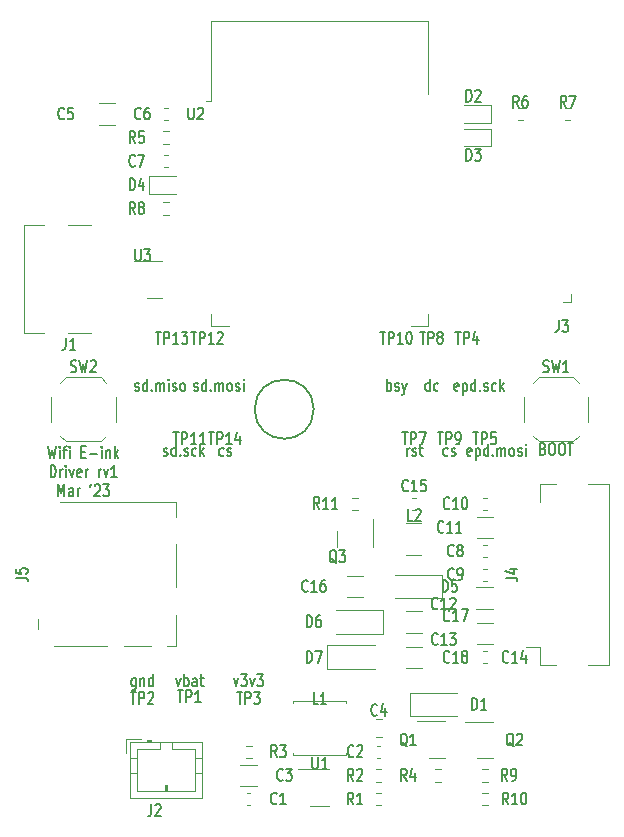
<source format=gbr>
G04 #@! TF.GenerationSoftware,KiCad,Pcbnew,7.0.8*
G04 #@! TF.CreationDate,2024-03-06T12:11:14-08:00*
G04 #@! TF.ProjectId,IotDisplay,496f7444-6973-4706-9c61-792e6b696361,rev?*
G04 #@! TF.SameCoordinates,Original*
G04 #@! TF.FileFunction,Legend,Top*
G04 #@! TF.FilePolarity,Positive*
%FSLAX46Y46*%
G04 Gerber Fmt 4.6, Leading zero omitted, Abs format (unit mm)*
G04 Created by KiCad (PCBNEW 7.0.8) date 2024-03-06 12:11:14*
%MOMM*%
%LPD*%
G01*
G04 APERTURE LIST*
%ADD10C,0.150000*%
%ADD11C,0.120000*%
G04 APERTURE END LIST*
D10*
X77009523Y-123149819D02*
X77199999Y-124149819D01*
X77199999Y-124149819D02*
X77352380Y-123435533D01*
X77352380Y-123435533D02*
X77504761Y-124149819D01*
X77504761Y-124149819D02*
X77695238Y-123149819D01*
X78000000Y-124149819D02*
X78000000Y-123483152D01*
X78000000Y-123149819D02*
X77961904Y-123197438D01*
X77961904Y-123197438D02*
X78000000Y-123245057D01*
X78000000Y-123245057D02*
X78038095Y-123197438D01*
X78038095Y-123197438D02*
X78000000Y-123149819D01*
X78000000Y-123149819D02*
X78000000Y-123245057D01*
X78266666Y-123483152D02*
X78571428Y-123483152D01*
X78380952Y-124149819D02*
X78380952Y-123292676D01*
X78380952Y-123292676D02*
X78419047Y-123197438D01*
X78419047Y-123197438D02*
X78495237Y-123149819D01*
X78495237Y-123149819D02*
X78571428Y-123149819D01*
X78838095Y-124149819D02*
X78838095Y-123483152D01*
X78838095Y-123149819D02*
X78799999Y-123197438D01*
X78799999Y-123197438D02*
X78838095Y-123245057D01*
X78838095Y-123245057D02*
X78876190Y-123197438D01*
X78876190Y-123197438D02*
X78838095Y-123149819D01*
X78838095Y-123149819D02*
X78838095Y-123245057D01*
X79828571Y-123626009D02*
X80095237Y-123626009D01*
X80209523Y-124149819D02*
X79828571Y-124149819D01*
X79828571Y-124149819D02*
X79828571Y-123149819D01*
X79828571Y-123149819D02*
X80209523Y-123149819D01*
X80552381Y-123768866D02*
X81161905Y-123768866D01*
X81542857Y-124149819D02*
X81542857Y-123483152D01*
X81542857Y-123149819D02*
X81504761Y-123197438D01*
X81504761Y-123197438D02*
X81542857Y-123245057D01*
X81542857Y-123245057D02*
X81580952Y-123197438D01*
X81580952Y-123197438D02*
X81542857Y-123149819D01*
X81542857Y-123149819D02*
X81542857Y-123245057D01*
X81923809Y-123483152D02*
X81923809Y-124149819D01*
X81923809Y-123578390D02*
X81961904Y-123530771D01*
X81961904Y-123530771D02*
X82038094Y-123483152D01*
X82038094Y-123483152D02*
X82152380Y-123483152D01*
X82152380Y-123483152D02*
X82228571Y-123530771D01*
X82228571Y-123530771D02*
X82266666Y-123626009D01*
X82266666Y-123626009D02*
X82266666Y-124149819D01*
X82647619Y-124149819D02*
X82647619Y-123149819D01*
X82723809Y-123768866D02*
X82952381Y-124149819D01*
X82952381Y-123483152D02*
X82647619Y-123864104D01*
X77219048Y-125759819D02*
X77219048Y-124759819D01*
X77219048Y-124759819D02*
X77409524Y-124759819D01*
X77409524Y-124759819D02*
X77523810Y-124807438D01*
X77523810Y-124807438D02*
X77600000Y-124902676D01*
X77600000Y-124902676D02*
X77638095Y-124997914D01*
X77638095Y-124997914D02*
X77676191Y-125188390D01*
X77676191Y-125188390D02*
X77676191Y-125331247D01*
X77676191Y-125331247D02*
X77638095Y-125521723D01*
X77638095Y-125521723D02*
X77600000Y-125616961D01*
X77600000Y-125616961D02*
X77523810Y-125712200D01*
X77523810Y-125712200D02*
X77409524Y-125759819D01*
X77409524Y-125759819D02*
X77219048Y-125759819D01*
X78019048Y-125759819D02*
X78019048Y-125093152D01*
X78019048Y-125283628D02*
X78057143Y-125188390D01*
X78057143Y-125188390D02*
X78095238Y-125140771D01*
X78095238Y-125140771D02*
X78171429Y-125093152D01*
X78171429Y-125093152D02*
X78247619Y-125093152D01*
X78514286Y-125759819D02*
X78514286Y-125093152D01*
X78514286Y-124759819D02*
X78476190Y-124807438D01*
X78476190Y-124807438D02*
X78514286Y-124855057D01*
X78514286Y-124855057D02*
X78552381Y-124807438D01*
X78552381Y-124807438D02*
X78514286Y-124759819D01*
X78514286Y-124759819D02*
X78514286Y-124855057D01*
X78819047Y-125093152D02*
X79009523Y-125759819D01*
X79009523Y-125759819D02*
X79200000Y-125093152D01*
X79809524Y-125712200D02*
X79733333Y-125759819D01*
X79733333Y-125759819D02*
X79580952Y-125759819D01*
X79580952Y-125759819D02*
X79504762Y-125712200D01*
X79504762Y-125712200D02*
X79466666Y-125616961D01*
X79466666Y-125616961D02*
X79466666Y-125236009D01*
X79466666Y-125236009D02*
X79504762Y-125140771D01*
X79504762Y-125140771D02*
X79580952Y-125093152D01*
X79580952Y-125093152D02*
X79733333Y-125093152D01*
X79733333Y-125093152D02*
X79809524Y-125140771D01*
X79809524Y-125140771D02*
X79847619Y-125236009D01*
X79847619Y-125236009D02*
X79847619Y-125331247D01*
X79847619Y-125331247D02*
X79466666Y-125426485D01*
X80190476Y-125759819D02*
X80190476Y-125093152D01*
X80190476Y-125283628D02*
X80228571Y-125188390D01*
X80228571Y-125188390D02*
X80266666Y-125140771D01*
X80266666Y-125140771D02*
X80342857Y-125093152D01*
X80342857Y-125093152D02*
X80419047Y-125093152D01*
X81295238Y-125759819D02*
X81295238Y-125093152D01*
X81295238Y-125283628D02*
X81333333Y-125188390D01*
X81333333Y-125188390D02*
X81371428Y-125140771D01*
X81371428Y-125140771D02*
X81447619Y-125093152D01*
X81447619Y-125093152D02*
X81523809Y-125093152D01*
X81714285Y-125093152D02*
X81904761Y-125759819D01*
X81904761Y-125759819D02*
X82095238Y-125093152D01*
X82819047Y-125759819D02*
X82361904Y-125759819D01*
X82590476Y-125759819D02*
X82590476Y-124759819D01*
X82590476Y-124759819D02*
X82514285Y-124902676D01*
X82514285Y-124902676D02*
X82438095Y-124997914D01*
X82438095Y-124997914D02*
X82361904Y-125045533D01*
X77866666Y-127369819D02*
X77866666Y-126369819D01*
X77866666Y-126369819D02*
X78133332Y-127084104D01*
X78133332Y-127084104D02*
X78399999Y-126369819D01*
X78399999Y-126369819D02*
X78399999Y-127369819D01*
X79123809Y-127369819D02*
X79123809Y-126846009D01*
X79123809Y-126846009D02*
X79085714Y-126750771D01*
X79085714Y-126750771D02*
X79009523Y-126703152D01*
X79009523Y-126703152D02*
X78857142Y-126703152D01*
X78857142Y-126703152D02*
X78780952Y-126750771D01*
X79123809Y-127322200D02*
X79047618Y-127369819D01*
X79047618Y-127369819D02*
X78857142Y-127369819D01*
X78857142Y-127369819D02*
X78780952Y-127322200D01*
X78780952Y-127322200D02*
X78742856Y-127226961D01*
X78742856Y-127226961D02*
X78742856Y-127131723D01*
X78742856Y-127131723D02*
X78780952Y-127036485D01*
X78780952Y-127036485D02*
X78857142Y-126988866D01*
X78857142Y-126988866D02*
X79047618Y-126988866D01*
X79047618Y-126988866D02*
X79123809Y-126941247D01*
X79504762Y-127369819D02*
X79504762Y-126703152D01*
X79504762Y-126893628D02*
X79542857Y-126798390D01*
X79542857Y-126798390D02*
X79580952Y-126750771D01*
X79580952Y-126750771D02*
X79657143Y-126703152D01*
X79657143Y-126703152D02*
X79733333Y-126703152D01*
X80647619Y-126369819D02*
X80571428Y-126560295D01*
X80952380Y-126465057D02*
X80990476Y-126417438D01*
X80990476Y-126417438D02*
X81066666Y-126369819D01*
X81066666Y-126369819D02*
X81257142Y-126369819D01*
X81257142Y-126369819D02*
X81333333Y-126417438D01*
X81333333Y-126417438D02*
X81371428Y-126465057D01*
X81371428Y-126465057D02*
X81409523Y-126560295D01*
X81409523Y-126560295D02*
X81409523Y-126655533D01*
X81409523Y-126655533D02*
X81371428Y-126798390D01*
X81371428Y-126798390D02*
X80914285Y-127369819D01*
X80914285Y-127369819D02*
X81409523Y-127369819D01*
X81676190Y-126369819D02*
X82171428Y-126369819D01*
X82171428Y-126369819D02*
X81904762Y-126750771D01*
X81904762Y-126750771D02*
X82019047Y-126750771D01*
X82019047Y-126750771D02*
X82095238Y-126798390D01*
X82095238Y-126798390D02*
X82133333Y-126846009D01*
X82133333Y-126846009D02*
X82171428Y-126941247D01*
X82171428Y-126941247D02*
X82171428Y-127179342D01*
X82171428Y-127179342D02*
X82133333Y-127274580D01*
X82133333Y-127274580D02*
X82095238Y-127322200D01*
X82095238Y-127322200D02*
X82019047Y-127369819D01*
X82019047Y-127369819D02*
X81790476Y-127369819D01*
X81790476Y-127369819D02*
X81714285Y-127322200D01*
X81714285Y-127322200D02*
X81676190Y-127274580D01*
X118914285Y-123346009D02*
X119028571Y-123393628D01*
X119028571Y-123393628D02*
X119066666Y-123441247D01*
X119066666Y-123441247D02*
X119104762Y-123536485D01*
X119104762Y-123536485D02*
X119104762Y-123679342D01*
X119104762Y-123679342D02*
X119066666Y-123774580D01*
X119066666Y-123774580D02*
X119028571Y-123822200D01*
X119028571Y-123822200D02*
X118952381Y-123869819D01*
X118952381Y-123869819D02*
X118647619Y-123869819D01*
X118647619Y-123869819D02*
X118647619Y-122869819D01*
X118647619Y-122869819D02*
X118914285Y-122869819D01*
X118914285Y-122869819D02*
X118990476Y-122917438D01*
X118990476Y-122917438D02*
X119028571Y-122965057D01*
X119028571Y-122965057D02*
X119066666Y-123060295D01*
X119066666Y-123060295D02*
X119066666Y-123155533D01*
X119066666Y-123155533D02*
X119028571Y-123250771D01*
X119028571Y-123250771D02*
X118990476Y-123298390D01*
X118990476Y-123298390D02*
X118914285Y-123346009D01*
X118914285Y-123346009D02*
X118647619Y-123346009D01*
X119600000Y-122869819D02*
X119752381Y-122869819D01*
X119752381Y-122869819D02*
X119828571Y-122917438D01*
X119828571Y-122917438D02*
X119904762Y-123012676D01*
X119904762Y-123012676D02*
X119942857Y-123203152D01*
X119942857Y-123203152D02*
X119942857Y-123536485D01*
X119942857Y-123536485D02*
X119904762Y-123726961D01*
X119904762Y-123726961D02*
X119828571Y-123822200D01*
X119828571Y-123822200D02*
X119752381Y-123869819D01*
X119752381Y-123869819D02*
X119600000Y-123869819D01*
X119600000Y-123869819D02*
X119523809Y-123822200D01*
X119523809Y-123822200D02*
X119447619Y-123726961D01*
X119447619Y-123726961D02*
X119409523Y-123536485D01*
X119409523Y-123536485D02*
X119409523Y-123203152D01*
X119409523Y-123203152D02*
X119447619Y-123012676D01*
X119447619Y-123012676D02*
X119523809Y-122917438D01*
X119523809Y-122917438D02*
X119600000Y-122869819D01*
X120438095Y-122869819D02*
X120590476Y-122869819D01*
X120590476Y-122869819D02*
X120666666Y-122917438D01*
X120666666Y-122917438D02*
X120742857Y-123012676D01*
X120742857Y-123012676D02*
X120780952Y-123203152D01*
X120780952Y-123203152D02*
X120780952Y-123536485D01*
X120780952Y-123536485D02*
X120742857Y-123726961D01*
X120742857Y-123726961D02*
X120666666Y-123822200D01*
X120666666Y-123822200D02*
X120590476Y-123869819D01*
X120590476Y-123869819D02*
X120438095Y-123869819D01*
X120438095Y-123869819D02*
X120361904Y-123822200D01*
X120361904Y-123822200D02*
X120285714Y-123726961D01*
X120285714Y-123726961D02*
X120247618Y-123536485D01*
X120247618Y-123536485D02*
X120247618Y-123203152D01*
X120247618Y-123203152D02*
X120285714Y-123012676D01*
X120285714Y-123012676D02*
X120361904Y-122917438D01*
X120361904Y-122917438D02*
X120438095Y-122869819D01*
X121009523Y-122869819D02*
X121466666Y-122869819D01*
X121238094Y-123869819D02*
X121238094Y-122869819D01*
X109990476Y-121954819D02*
X110447619Y-121954819D01*
X110219047Y-122954819D02*
X110219047Y-121954819D01*
X110714286Y-122954819D02*
X110714286Y-121954819D01*
X110714286Y-121954819D02*
X111019048Y-121954819D01*
X111019048Y-121954819D02*
X111095238Y-122002438D01*
X111095238Y-122002438D02*
X111133333Y-122050057D01*
X111133333Y-122050057D02*
X111171429Y-122145295D01*
X111171429Y-122145295D02*
X111171429Y-122288152D01*
X111171429Y-122288152D02*
X111133333Y-122383390D01*
X111133333Y-122383390D02*
X111095238Y-122431009D01*
X111095238Y-122431009D02*
X111019048Y-122478628D01*
X111019048Y-122478628D02*
X110714286Y-122478628D01*
X111552381Y-122954819D02*
X111704762Y-122954819D01*
X111704762Y-122954819D02*
X111780952Y-122907200D01*
X111780952Y-122907200D02*
X111819048Y-122859580D01*
X111819048Y-122859580D02*
X111895238Y-122716723D01*
X111895238Y-122716723D02*
X111933333Y-122526247D01*
X111933333Y-122526247D02*
X111933333Y-122145295D01*
X111933333Y-122145295D02*
X111895238Y-122050057D01*
X111895238Y-122050057D02*
X111857143Y-122002438D01*
X111857143Y-122002438D02*
X111780952Y-121954819D01*
X111780952Y-121954819D02*
X111628571Y-121954819D01*
X111628571Y-121954819D02*
X111552381Y-122002438D01*
X111552381Y-122002438D02*
X111514286Y-122050057D01*
X111514286Y-122050057D02*
X111476190Y-122145295D01*
X111476190Y-122145295D02*
X111476190Y-122383390D01*
X111476190Y-122383390D02*
X111514286Y-122478628D01*
X111514286Y-122478628D02*
X111552381Y-122526247D01*
X111552381Y-122526247D02*
X111628571Y-122573866D01*
X111628571Y-122573866D02*
X111780952Y-122573866D01*
X111780952Y-122573866D02*
X111857143Y-122526247D01*
X111857143Y-122526247D02*
X111895238Y-122478628D01*
X111895238Y-122478628D02*
X111933333Y-122383390D01*
X110866667Y-123907200D02*
X110790476Y-123954819D01*
X110790476Y-123954819D02*
X110638095Y-123954819D01*
X110638095Y-123954819D02*
X110561905Y-123907200D01*
X110561905Y-123907200D02*
X110523810Y-123859580D01*
X110523810Y-123859580D02*
X110485714Y-123764342D01*
X110485714Y-123764342D02*
X110485714Y-123478628D01*
X110485714Y-123478628D02*
X110523810Y-123383390D01*
X110523810Y-123383390D02*
X110561905Y-123335771D01*
X110561905Y-123335771D02*
X110638095Y-123288152D01*
X110638095Y-123288152D02*
X110790476Y-123288152D01*
X110790476Y-123288152D02*
X110866667Y-123335771D01*
X111171428Y-123907200D02*
X111247619Y-123954819D01*
X111247619Y-123954819D02*
X111400000Y-123954819D01*
X111400000Y-123954819D02*
X111476190Y-123907200D01*
X111476190Y-123907200D02*
X111514286Y-123811961D01*
X111514286Y-123811961D02*
X111514286Y-123764342D01*
X111514286Y-123764342D02*
X111476190Y-123669104D01*
X111476190Y-123669104D02*
X111400000Y-123621485D01*
X111400000Y-123621485D02*
X111285714Y-123621485D01*
X111285714Y-123621485D02*
X111209524Y-123573866D01*
X111209524Y-123573866D02*
X111171428Y-123478628D01*
X111171428Y-123478628D02*
X111171428Y-123431009D01*
X111171428Y-123431009D02*
X111209524Y-123335771D01*
X111209524Y-123335771D02*
X111285714Y-123288152D01*
X111285714Y-123288152D02*
X111400000Y-123288152D01*
X111400000Y-123288152D02*
X111476190Y-123335771D01*
X87609523Y-121954819D02*
X88066666Y-121954819D01*
X87838094Y-122954819D02*
X87838094Y-121954819D01*
X88333333Y-122954819D02*
X88333333Y-121954819D01*
X88333333Y-121954819D02*
X88638095Y-121954819D01*
X88638095Y-121954819D02*
X88714285Y-122002438D01*
X88714285Y-122002438D02*
X88752380Y-122050057D01*
X88752380Y-122050057D02*
X88790476Y-122145295D01*
X88790476Y-122145295D02*
X88790476Y-122288152D01*
X88790476Y-122288152D02*
X88752380Y-122383390D01*
X88752380Y-122383390D02*
X88714285Y-122431009D01*
X88714285Y-122431009D02*
X88638095Y-122478628D01*
X88638095Y-122478628D02*
X88333333Y-122478628D01*
X89552380Y-122954819D02*
X89095237Y-122954819D01*
X89323809Y-122954819D02*
X89323809Y-121954819D01*
X89323809Y-121954819D02*
X89247618Y-122097676D01*
X89247618Y-122097676D02*
X89171428Y-122192914D01*
X89171428Y-122192914D02*
X89095237Y-122240533D01*
X90314285Y-122954819D02*
X89857142Y-122954819D01*
X90085714Y-122954819D02*
X90085714Y-121954819D01*
X90085714Y-121954819D02*
X90009523Y-122097676D01*
X90009523Y-122097676D02*
X89933333Y-122192914D01*
X89933333Y-122192914D02*
X89857142Y-122240533D01*
X86785714Y-123907200D02*
X86861905Y-123954819D01*
X86861905Y-123954819D02*
X87014286Y-123954819D01*
X87014286Y-123954819D02*
X87090476Y-123907200D01*
X87090476Y-123907200D02*
X87128572Y-123811961D01*
X87128572Y-123811961D02*
X87128572Y-123764342D01*
X87128572Y-123764342D02*
X87090476Y-123669104D01*
X87090476Y-123669104D02*
X87014286Y-123621485D01*
X87014286Y-123621485D02*
X86900000Y-123621485D01*
X86900000Y-123621485D02*
X86823810Y-123573866D01*
X86823810Y-123573866D02*
X86785714Y-123478628D01*
X86785714Y-123478628D02*
X86785714Y-123431009D01*
X86785714Y-123431009D02*
X86823810Y-123335771D01*
X86823810Y-123335771D02*
X86900000Y-123288152D01*
X86900000Y-123288152D02*
X87014286Y-123288152D01*
X87014286Y-123288152D02*
X87090476Y-123335771D01*
X87814286Y-123954819D02*
X87814286Y-122954819D01*
X87814286Y-123907200D02*
X87738095Y-123954819D01*
X87738095Y-123954819D02*
X87585714Y-123954819D01*
X87585714Y-123954819D02*
X87509524Y-123907200D01*
X87509524Y-123907200D02*
X87471429Y-123859580D01*
X87471429Y-123859580D02*
X87433333Y-123764342D01*
X87433333Y-123764342D02*
X87433333Y-123478628D01*
X87433333Y-123478628D02*
X87471429Y-123383390D01*
X87471429Y-123383390D02*
X87509524Y-123335771D01*
X87509524Y-123335771D02*
X87585714Y-123288152D01*
X87585714Y-123288152D02*
X87738095Y-123288152D01*
X87738095Y-123288152D02*
X87814286Y-123335771D01*
X88195239Y-123859580D02*
X88233334Y-123907200D01*
X88233334Y-123907200D02*
X88195239Y-123954819D01*
X88195239Y-123954819D02*
X88157143Y-123907200D01*
X88157143Y-123907200D02*
X88195239Y-123859580D01*
X88195239Y-123859580D02*
X88195239Y-123954819D01*
X88538095Y-123907200D02*
X88614286Y-123954819D01*
X88614286Y-123954819D02*
X88766667Y-123954819D01*
X88766667Y-123954819D02*
X88842857Y-123907200D01*
X88842857Y-123907200D02*
X88880953Y-123811961D01*
X88880953Y-123811961D02*
X88880953Y-123764342D01*
X88880953Y-123764342D02*
X88842857Y-123669104D01*
X88842857Y-123669104D02*
X88766667Y-123621485D01*
X88766667Y-123621485D02*
X88652381Y-123621485D01*
X88652381Y-123621485D02*
X88576191Y-123573866D01*
X88576191Y-123573866D02*
X88538095Y-123478628D01*
X88538095Y-123478628D02*
X88538095Y-123431009D01*
X88538095Y-123431009D02*
X88576191Y-123335771D01*
X88576191Y-123335771D02*
X88652381Y-123288152D01*
X88652381Y-123288152D02*
X88766667Y-123288152D01*
X88766667Y-123288152D02*
X88842857Y-123335771D01*
X89566667Y-123907200D02*
X89490476Y-123954819D01*
X89490476Y-123954819D02*
X89338095Y-123954819D01*
X89338095Y-123954819D02*
X89261905Y-123907200D01*
X89261905Y-123907200D02*
X89223810Y-123859580D01*
X89223810Y-123859580D02*
X89185714Y-123764342D01*
X89185714Y-123764342D02*
X89185714Y-123478628D01*
X89185714Y-123478628D02*
X89223810Y-123383390D01*
X89223810Y-123383390D02*
X89261905Y-123335771D01*
X89261905Y-123335771D02*
X89338095Y-123288152D01*
X89338095Y-123288152D02*
X89490476Y-123288152D01*
X89490476Y-123288152D02*
X89566667Y-123335771D01*
X89909524Y-123954819D02*
X89909524Y-122954819D01*
X89985714Y-123573866D02*
X90214286Y-123954819D01*
X90214286Y-123288152D02*
X89909524Y-123669104D01*
X89109523Y-113454819D02*
X89566666Y-113454819D01*
X89338094Y-114454819D02*
X89338094Y-113454819D01*
X89833333Y-114454819D02*
X89833333Y-113454819D01*
X89833333Y-113454819D02*
X90138095Y-113454819D01*
X90138095Y-113454819D02*
X90214285Y-113502438D01*
X90214285Y-113502438D02*
X90252380Y-113550057D01*
X90252380Y-113550057D02*
X90290476Y-113645295D01*
X90290476Y-113645295D02*
X90290476Y-113788152D01*
X90290476Y-113788152D02*
X90252380Y-113883390D01*
X90252380Y-113883390D02*
X90214285Y-113931009D01*
X90214285Y-113931009D02*
X90138095Y-113978628D01*
X90138095Y-113978628D02*
X89833333Y-113978628D01*
X91052380Y-114454819D02*
X90595237Y-114454819D01*
X90823809Y-114454819D02*
X90823809Y-113454819D01*
X90823809Y-113454819D02*
X90747618Y-113597676D01*
X90747618Y-113597676D02*
X90671428Y-113692914D01*
X90671428Y-113692914D02*
X90595237Y-113740533D01*
X91357142Y-113550057D02*
X91395238Y-113502438D01*
X91395238Y-113502438D02*
X91471428Y-113454819D01*
X91471428Y-113454819D02*
X91661904Y-113454819D01*
X91661904Y-113454819D02*
X91738095Y-113502438D01*
X91738095Y-113502438D02*
X91776190Y-113550057D01*
X91776190Y-113550057D02*
X91814285Y-113645295D01*
X91814285Y-113645295D02*
X91814285Y-113740533D01*
X91814285Y-113740533D02*
X91776190Y-113883390D01*
X91776190Y-113883390D02*
X91319047Y-114454819D01*
X91319047Y-114454819D02*
X91814285Y-114454819D01*
X89366666Y-118407200D02*
X89442857Y-118454819D01*
X89442857Y-118454819D02*
X89595238Y-118454819D01*
X89595238Y-118454819D02*
X89671428Y-118407200D01*
X89671428Y-118407200D02*
X89709524Y-118311961D01*
X89709524Y-118311961D02*
X89709524Y-118264342D01*
X89709524Y-118264342D02*
X89671428Y-118169104D01*
X89671428Y-118169104D02*
X89595238Y-118121485D01*
X89595238Y-118121485D02*
X89480952Y-118121485D01*
X89480952Y-118121485D02*
X89404762Y-118073866D01*
X89404762Y-118073866D02*
X89366666Y-117978628D01*
X89366666Y-117978628D02*
X89366666Y-117931009D01*
X89366666Y-117931009D02*
X89404762Y-117835771D01*
X89404762Y-117835771D02*
X89480952Y-117788152D01*
X89480952Y-117788152D02*
X89595238Y-117788152D01*
X89595238Y-117788152D02*
X89671428Y-117835771D01*
X90395238Y-118454819D02*
X90395238Y-117454819D01*
X90395238Y-118407200D02*
X90319047Y-118454819D01*
X90319047Y-118454819D02*
X90166666Y-118454819D01*
X90166666Y-118454819D02*
X90090476Y-118407200D01*
X90090476Y-118407200D02*
X90052381Y-118359580D01*
X90052381Y-118359580D02*
X90014285Y-118264342D01*
X90014285Y-118264342D02*
X90014285Y-117978628D01*
X90014285Y-117978628D02*
X90052381Y-117883390D01*
X90052381Y-117883390D02*
X90090476Y-117835771D01*
X90090476Y-117835771D02*
X90166666Y-117788152D01*
X90166666Y-117788152D02*
X90319047Y-117788152D01*
X90319047Y-117788152D02*
X90395238Y-117835771D01*
X90776191Y-118359580D02*
X90814286Y-118407200D01*
X90814286Y-118407200D02*
X90776191Y-118454819D01*
X90776191Y-118454819D02*
X90738095Y-118407200D01*
X90738095Y-118407200D02*
X90776191Y-118359580D01*
X90776191Y-118359580D02*
X90776191Y-118454819D01*
X91157143Y-118454819D02*
X91157143Y-117788152D01*
X91157143Y-117883390D02*
X91195238Y-117835771D01*
X91195238Y-117835771D02*
X91271428Y-117788152D01*
X91271428Y-117788152D02*
X91385714Y-117788152D01*
X91385714Y-117788152D02*
X91461905Y-117835771D01*
X91461905Y-117835771D02*
X91500000Y-117931009D01*
X91500000Y-117931009D02*
X91500000Y-118454819D01*
X91500000Y-117931009D02*
X91538095Y-117835771D01*
X91538095Y-117835771D02*
X91614286Y-117788152D01*
X91614286Y-117788152D02*
X91728571Y-117788152D01*
X91728571Y-117788152D02*
X91804762Y-117835771D01*
X91804762Y-117835771D02*
X91842857Y-117931009D01*
X91842857Y-117931009D02*
X91842857Y-118454819D01*
X92338095Y-118454819D02*
X92261905Y-118407200D01*
X92261905Y-118407200D02*
X92223810Y-118359580D01*
X92223810Y-118359580D02*
X92185714Y-118264342D01*
X92185714Y-118264342D02*
X92185714Y-117978628D01*
X92185714Y-117978628D02*
X92223810Y-117883390D01*
X92223810Y-117883390D02*
X92261905Y-117835771D01*
X92261905Y-117835771D02*
X92338095Y-117788152D01*
X92338095Y-117788152D02*
X92452381Y-117788152D01*
X92452381Y-117788152D02*
X92528572Y-117835771D01*
X92528572Y-117835771D02*
X92566667Y-117883390D01*
X92566667Y-117883390D02*
X92604762Y-117978628D01*
X92604762Y-117978628D02*
X92604762Y-118264342D01*
X92604762Y-118264342D02*
X92566667Y-118359580D01*
X92566667Y-118359580D02*
X92528572Y-118407200D01*
X92528572Y-118407200D02*
X92452381Y-118454819D01*
X92452381Y-118454819D02*
X92338095Y-118454819D01*
X92909524Y-118407200D02*
X92985715Y-118454819D01*
X92985715Y-118454819D02*
X93138096Y-118454819D01*
X93138096Y-118454819D02*
X93214286Y-118407200D01*
X93214286Y-118407200D02*
X93252382Y-118311961D01*
X93252382Y-118311961D02*
X93252382Y-118264342D01*
X93252382Y-118264342D02*
X93214286Y-118169104D01*
X93214286Y-118169104D02*
X93138096Y-118121485D01*
X93138096Y-118121485D02*
X93023810Y-118121485D01*
X93023810Y-118121485D02*
X92947620Y-118073866D01*
X92947620Y-118073866D02*
X92909524Y-117978628D01*
X92909524Y-117978628D02*
X92909524Y-117931009D01*
X92909524Y-117931009D02*
X92947620Y-117835771D01*
X92947620Y-117835771D02*
X93023810Y-117788152D01*
X93023810Y-117788152D02*
X93138096Y-117788152D01*
X93138096Y-117788152D02*
X93214286Y-117835771D01*
X93595239Y-118454819D02*
X93595239Y-117788152D01*
X93595239Y-117454819D02*
X93557143Y-117502438D01*
X93557143Y-117502438D02*
X93595239Y-117550057D01*
X93595239Y-117550057D02*
X93633334Y-117502438D01*
X93633334Y-117502438D02*
X93595239Y-117454819D01*
X93595239Y-117454819D02*
X93595239Y-117550057D01*
X86109523Y-113454819D02*
X86566666Y-113454819D01*
X86338094Y-114454819D02*
X86338094Y-113454819D01*
X86833333Y-114454819D02*
X86833333Y-113454819D01*
X86833333Y-113454819D02*
X87138095Y-113454819D01*
X87138095Y-113454819D02*
X87214285Y-113502438D01*
X87214285Y-113502438D02*
X87252380Y-113550057D01*
X87252380Y-113550057D02*
X87290476Y-113645295D01*
X87290476Y-113645295D02*
X87290476Y-113788152D01*
X87290476Y-113788152D02*
X87252380Y-113883390D01*
X87252380Y-113883390D02*
X87214285Y-113931009D01*
X87214285Y-113931009D02*
X87138095Y-113978628D01*
X87138095Y-113978628D02*
X86833333Y-113978628D01*
X88052380Y-114454819D02*
X87595237Y-114454819D01*
X87823809Y-114454819D02*
X87823809Y-113454819D01*
X87823809Y-113454819D02*
X87747618Y-113597676D01*
X87747618Y-113597676D02*
X87671428Y-113692914D01*
X87671428Y-113692914D02*
X87595237Y-113740533D01*
X88319047Y-113454819D02*
X88814285Y-113454819D01*
X88814285Y-113454819D02*
X88547619Y-113835771D01*
X88547619Y-113835771D02*
X88661904Y-113835771D01*
X88661904Y-113835771D02*
X88738095Y-113883390D01*
X88738095Y-113883390D02*
X88776190Y-113931009D01*
X88776190Y-113931009D02*
X88814285Y-114026247D01*
X88814285Y-114026247D02*
X88814285Y-114264342D01*
X88814285Y-114264342D02*
X88776190Y-114359580D01*
X88776190Y-114359580D02*
X88738095Y-114407200D01*
X88738095Y-114407200D02*
X88661904Y-114454819D01*
X88661904Y-114454819D02*
X88433333Y-114454819D01*
X88433333Y-114454819D02*
X88357142Y-114407200D01*
X88357142Y-114407200D02*
X88319047Y-114359580D01*
X84366666Y-118407200D02*
X84442857Y-118454819D01*
X84442857Y-118454819D02*
X84595238Y-118454819D01*
X84595238Y-118454819D02*
X84671428Y-118407200D01*
X84671428Y-118407200D02*
X84709524Y-118311961D01*
X84709524Y-118311961D02*
X84709524Y-118264342D01*
X84709524Y-118264342D02*
X84671428Y-118169104D01*
X84671428Y-118169104D02*
X84595238Y-118121485D01*
X84595238Y-118121485D02*
X84480952Y-118121485D01*
X84480952Y-118121485D02*
X84404762Y-118073866D01*
X84404762Y-118073866D02*
X84366666Y-117978628D01*
X84366666Y-117978628D02*
X84366666Y-117931009D01*
X84366666Y-117931009D02*
X84404762Y-117835771D01*
X84404762Y-117835771D02*
X84480952Y-117788152D01*
X84480952Y-117788152D02*
X84595238Y-117788152D01*
X84595238Y-117788152D02*
X84671428Y-117835771D01*
X85395238Y-118454819D02*
X85395238Y-117454819D01*
X85395238Y-118407200D02*
X85319047Y-118454819D01*
X85319047Y-118454819D02*
X85166666Y-118454819D01*
X85166666Y-118454819D02*
X85090476Y-118407200D01*
X85090476Y-118407200D02*
X85052381Y-118359580D01*
X85052381Y-118359580D02*
X85014285Y-118264342D01*
X85014285Y-118264342D02*
X85014285Y-117978628D01*
X85014285Y-117978628D02*
X85052381Y-117883390D01*
X85052381Y-117883390D02*
X85090476Y-117835771D01*
X85090476Y-117835771D02*
X85166666Y-117788152D01*
X85166666Y-117788152D02*
X85319047Y-117788152D01*
X85319047Y-117788152D02*
X85395238Y-117835771D01*
X85776191Y-118359580D02*
X85814286Y-118407200D01*
X85814286Y-118407200D02*
X85776191Y-118454819D01*
X85776191Y-118454819D02*
X85738095Y-118407200D01*
X85738095Y-118407200D02*
X85776191Y-118359580D01*
X85776191Y-118359580D02*
X85776191Y-118454819D01*
X86157143Y-118454819D02*
X86157143Y-117788152D01*
X86157143Y-117883390D02*
X86195238Y-117835771D01*
X86195238Y-117835771D02*
X86271428Y-117788152D01*
X86271428Y-117788152D02*
X86385714Y-117788152D01*
X86385714Y-117788152D02*
X86461905Y-117835771D01*
X86461905Y-117835771D02*
X86500000Y-117931009D01*
X86500000Y-117931009D02*
X86500000Y-118454819D01*
X86500000Y-117931009D02*
X86538095Y-117835771D01*
X86538095Y-117835771D02*
X86614286Y-117788152D01*
X86614286Y-117788152D02*
X86728571Y-117788152D01*
X86728571Y-117788152D02*
X86804762Y-117835771D01*
X86804762Y-117835771D02*
X86842857Y-117931009D01*
X86842857Y-117931009D02*
X86842857Y-118454819D01*
X87223810Y-118454819D02*
X87223810Y-117788152D01*
X87223810Y-117454819D02*
X87185714Y-117502438D01*
X87185714Y-117502438D02*
X87223810Y-117550057D01*
X87223810Y-117550057D02*
X87261905Y-117502438D01*
X87261905Y-117502438D02*
X87223810Y-117454819D01*
X87223810Y-117454819D02*
X87223810Y-117550057D01*
X87566666Y-118407200D02*
X87642857Y-118454819D01*
X87642857Y-118454819D02*
X87795238Y-118454819D01*
X87795238Y-118454819D02*
X87871428Y-118407200D01*
X87871428Y-118407200D02*
X87909524Y-118311961D01*
X87909524Y-118311961D02*
X87909524Y-118264342D01*
X87909524Y-118264342D02*
X87871428Y-118169104D01*
X87871428Y-118169104D02*
X87795238Y-118121485D01*
X87795238Y-118121485D02*
X87680952Y-118121485D01*
X87680952Y-118121485D02*
X87604762Y-118073866D01*
X87604762Y-118073866D02*
X87566666Y-117978628D01*
X87566666Y-117978628D02*
X87566666Y-117931009D01*
X87566666Y-117931009D02*
X87604762Y-117835771D01*
X87604762Y-117835771D02*
X87680952Y-117788152D01*
X87680952Y-117788152D02*
X87795238Y-117788152D01*
X87795238Y-117788152D02*
X87871428Y-117835771D01*
X88366666Y-118454819D02*
X88290476Y-118407200D01*
X88290476Y-118407200D02*
X88252381Y-118359580D01*
X88252381Y-118359580D02*
X88214285Y-118264342D01*
X88214285Y-118264342D02*
X88214285Y-117978628D01*
X88214285Y-117978628D02*
X88252381Y-117883390D01*
X88252381Y-117883390D02*
X88290476Y-117835771D01*
X88290476Y-117835771D02*
X88366666Y-117788152D01*
X88366666Y-117788152D02*
X88480952Y-117788152D01*
X88480952Y-117788152D02*
X88557143Y-117835771D01*
X88557143Y-117835771D02*
X88595238Y-117883390D01*
X88595238Y-117883390D02*
X88633333Y-117978628D01*
X88633333Y-117978628D02*
X88633333Y-118264342D01*
X88633333Y-118264342D02*
X88595238Y-118359580D01*
X88595238Y-118359580D02*
X88557143Y-118407200D01*
X88557143Y-118407200D02*
X88480952Y-118454819D01*
X88480952Y-118454819D02*
X88366666Y-118454819D01*
X90609523Y-121954819D02*
X91066666Y-121954819D01*
X90838094Y-122954819D02*
X90838094Y-121954819D01*
X91333333Y-122954819D02*
X91333333Y-121954819D01*
X91333333Y-121954819D02*
X91638095Y-121954819D01*
X91638095Y-121954819D02*
X91714285Y-122002438D01*
X91714285Y-122002438D02*
X91752380Y-122050057D01*
X91752380Y-122050057D02*
X91790476Y-122145295D01*
X91790476Y-122145295D02*
X91790476Y-122288152D01*
X91790476Y-122288152D02*
X91752380Y-122383390D01*
X91752380Y-122383390D02*
X91714285Y-122431009D01*
X91714285Y-122431009D02*
X91638095Y-122478628D01*
X91638095Y-122478628D02*
X91333333Y-122478628D01*
X92552380Y-122954819D02*
X92095237Y-122954819D01*
X92323809Y-122954819D02*
X92323809Y-121954819D01*
X92323809Y-121954819D02*
X92247618Y-122097676D01*
X92247618Y-122097676D02*
X92171428Y-122192914D01*
X92171428Y-122192914D02*
X92095237Y-122240533D01*
X93238095Y-122288152D02*
X93238095Y-122954819D01*
X93047619Y-121907200D02*
X92857142Y-122621485D01*
X92857142Y-122621485D02*
X93352381Y-122621485D01*
X91866667Y-123907200D02*
X91790476Y-123954819D01*
X91790476Y-123954819D02*
X91638095Y-123954819D01*
X91638095Y-123954819D02*
X91561905Y-123907200D01*
X91561905Y-123907200D02*
X91523810Y-123859580D01*
X91523810Y-123859580D02*
X91485714Y-123764342D01*
X91485714Y-123764342D02*
X91485714Y-123478628D01*
X91485714Y-123478628D02*
X91523810Y-123383390D01*
X91523810Y-123383390D02*
X91561905Y-123335771D01*
X91561905Y-123335771D02*
X91638095Y-123288152D01*
X91638095Y-123288152D02*
X91790476Y-123288152D01*
X91790476Y-123288152D02*
X91866667Y-123335771D01*
X92171428Y-123907200D02*
X92247619Y-123954819D01*
X92247619Y-123954819D02*
X92400000Y-123954819D01*
X92400000Y-123954819D02*
X92476190Y-123907200D01*
X92476190Y-123907200D02*
X92514286Y-123811961D01*
X92514286Y-123811961D02*
X92514286Y-123764342D01*
X92514286Y-123764342D02*
X92476190Y-123669104D01*
X92476190Y-123669104D02*
X92400000Y-123621485D01*
X92400000Y-123621485D02*
X92285714Y-123621485D01*
X92285714Y-123621485D02*
X92209524Y-123573866D01*
X92209524Y-123573866D02*
X92171428Y-123478628D01*
X92171428Y-123478628D02*
X92171428Y-123431009D01*
X92171428Y-123431009D02*
X92209524Y-123335771D01*
X92209524Y-123335771D02*
X92285714Y-123288152D01*
X92285714Y-123288152D02*
X92400000Y-123288152D01*
X92400000Y-123288152D02*
X92476190Y-123335771D01*
X111490476Y-113454819D02*
X111947619Y-113454819D01*
X111719047Y-114454819D02*
X111719047Y-113454819D01*
X112214286Y-114454819D02*
X112214286Y-113454819D01*
X112214286Y-113454819D02*
X112519048Y-113454819D01*
X112519048Y-113454819D02*
X112595238Y-113502438D01*
X112595238Y-113502438D02*
X112633333Y-113550057D01*
X112633333Y-113550057D02*
X112671429Y-113645295D01*
X112671429Y-113645295D02*
X112671429Y-113788152D01*
X112671429Y-113788152D02*
X112633333Y-113883390D01*
X112633333Y-113883390D02*
X112595238Y-113931009D01*
X112595238Y-113931009D02*
X112519048Y-113978628D01*
X112519048Y-113978628D02*
X112214286Y-113978628D01*
X113357143Y-113788152D02*
X113357143Y-114454819D01*
X113166667Y-113407200D02*
X112976190Y-114121485D01*
X112976190Y-114121485D02*
X113471429Y-114121485D01*
X111747619Y-118407200D02*
X111671428Y-118454819D01*
X111671428Y-118454819D02*
X111519047Y-118454819D01*
X111519047Y-118454819D02*
X111442857Y-118407200D01*
X111442857Y-118407200D02*
X111404761Y-118311961D01*
X111404761Y-118311961D02*
X111404761Y-117931009D01*
X111404761Y-117931009D02*
X111442857Y-117835771D01*
X111442857Y-117835771D02*
X111519047Y-117788152D01*
X111519047Y-117788152D02*
X111671428Y-117788152D01*
X111671428Y-117788152D02*
X111747619Y-117835771D01*
X111747619Y-117835771D02*
X111785714Y-117931009D01*
X111785714Y-117931009D02*
X111785714Y-118026247D01*
X111785714Y-118026247D02*
X111404761Y-118121485D01*
X112128571Y-117788152D02*
X112128571Y-118788152D01*
X112128571Y-117835771D02*
X112204761Y-117788152D01*
X112204761Y-117788152D02*
X112357142Y-117788152D01*
X112357142Y-117788152D02*
X112433333Y-117835771D01*
X112433333Y-117835771D02*
X112471428Y-117883390D01*
X112471428Y-117883390D02*
X112509523Y-117978628D01*
X112509523Y-117978628D02*
X112509523Y-118264342D01*
X112509523Y-118264342D02*
X112471428Y-118359580D01*
X112471428Y-118359580D02*
X112433333Y-118407200D01*
X112433333Y-118407200D02*
X112357142Y-118454819D01*
X112357142Y-118454819D02*
X112204761Y-118454819D01*
X112204761Y-118454819D02*
X112128571Y-118407200D01*
X113195238Y-118454819D02*
X113195238Y-117454819D01*
X113195238Y-118407200D02*
X113119047Y-118454819D01*
X113119047Y-118454819D02*
X112966666Y-118454819D01*
X112966666Y-118454819D02*
X112890476Y-118407200D01*
X112890476Y-118407200D02*
X112852381Y-118359580D01*
X112852381Y-118359580D02*
X112814285Y-118264342D01*
X112814285Y-118264342D02*
X112814285Y-117978628D01*
X112814285Y-117978628D02*
X112852381Y-117883390D01*
X112852381Y-117883390D02*
X112890476Y-117835771D01*
X112890476Y-117835771D02*
X112966666Y-117788152D01*
X112966666Y-117788152D02*
X113119047Y-117788152D01*
X113119047Y-117788152D02*
X113195238Y-117835771D01*
X113576191Y-118359580D02*
X113614286Y-118407200D01*
X113614286Y-118407200D02*
X113576191Y-118454819D01*
X113576191Y-118454819D02*
X113538095Y-118407200D01*
X113538095Y-118407200D02*
X113576191Y-118359580D01*
X113576191Y-118359580D02*
X113576191Y-118454819D01*
X113919047Y-118407200D02*
X113995238Y-118454819D01*
X113995238Y-118454819D02*
X114147619Y-118454819D01*
X114147619Y-118454819D02*
X114223809Y-118407200D01*
X114223809Y-118407200D02*
X114261905Y-118311961D01*
X114261905Y-118311961D02*
X114261905Y-118264342D01*
X114261905Y-118264342D02*
X114223809Y-118169104D01*
X114223809Y-118169104D02*
X114147619Y-118121485D01*
X114147619Y-118121485D02*
X114033333Y-118121485D01*
X114033333Y-118121485D02*
X113957143Y-118073866D01*
X113957143Y-118073866D02*
X113919047Y-117978628D01*
X113919047Y-117978628D02*
X113919047Y-117931009D01*
X113919047Y-117931009D02*
X113957143Y-117835771D01*
X113957143Y-117835771D02*
X114033333Y-117788152D01*
X114033333Y-117788152D02*
X114147619Y-117788152D01*
X114147619Y-117788152D02*
X114223809Y-117835771D01*
X114947619Y-118407200D02*
X114871428Y-118454819D01*
X114871428Y-118454819D02*
X114719047Y-118454819D01*
X114719047Y-118454819D02*
X114642857Y-118407200D01*
X114642857Y-118407200D02*
X114604762Y-118359580D01*
X114604762Y-118359580D02*
X114566666Y-118264342D01*
X114566666Y-118264342D02*
X114566666Y-117978628D01*
X114566666Y-117978628D02*
X114604762Y-117883390D01*
X114604762Y-117883390D02*
X114642857Y-117835771D01*
X114642857Y-117835771D02*
X114719047Y-117788152D01*
X114719047Y-117788152D02*
X114871428Y-117788152D01*
X114871428Y-117788152D02*
X114947619Y-117835771D01*
X115290476Y-118454819D02*
X115290476Y-117454819D01*
X115366666Y-118073866D02*
X115595238Y-118454819D01*
X115595238Y-117788152D02*
X115290476Y-118169104D01*
X112990476Y-121954819D02*
X113447619Y-121954819D01*
X113219047Y-122954819D02*
X113219047Y-121954819D01*
X113714286Y-122954819D02*
X113714286Y-121954819D01*
X113714286Y-121954819D02*
X114019048Y-121954819D01*
X114019048Y-121954819D02*
X114095238Y-122002438D01*
X114095238Y-122002438D02*
X114133333Y-122050057D01*
X114133333Y-122050057D02*
X114171429Y-122145295D01*
X114171429Y-122145295D02*
X114171429Y-122288152D01*
X114171429Y-122288152D02*
X114133333Y-122383390D01*
X114133333Y-122383390D02*
X114095238Y-122431009D01*
X114095238Y-122431009D02*
X114019048Y-122478628D01*
X114019048Y-122478628D02*
X113714286Y-122478628D01*
X114895238Y-121954819D02*
X114514286Y-121954819D01*
X114514286Y-121954819D02*
X114476190Y-122431009D01*
X114476190Y-122431009D02*
X114514286Y-122383390D01*
X114514286Y-122383390D02*
X114590476Y-122335771D01*
X114590476Y-122335771D02*
X114780952Y-122335771D01*
X114780952Y-122335771D02*
X114857143Y-122383390D01*
X114857143Y-122383390D02*
X114895238Y-122431009D01*
X114895238Y-122431009D02*
X114933333Y-122526247D01*
X114933333Y-122526247D02*
X114933333Y-122764342D01*
X114933333Y-122764342D02*
X114895238Y-122859580D01*
X114895238Y-122859580D02*
X114857143Y-122907200D01*
X114857143Y-122907200D02*
X114780952Y-122954819D01*
X114780952Y-122954819D02*
X114590476Y-122954819D01*
X114590476Y-122954819D02*
X114514286Y-122907200D01*
X114514286Y-122907200D02*
X114476190Y-122859580D01*
X112828571Y-123907200D02*
X112752380Y-123954819D01*
X112752380Y-123954819D02*
X112599999Y-123954819D01*
X112599999Y-123954819D02*
X112523809Y-123907200D01*
X112523809Y-123907200D02*
X112485713Y-123811961D01*
X112485713Y-123811961D02*
X112485713Y-123431009D01*
X112485713Y-123431009D02*
X112523809Y-123335771D01*
X112523809Y-123335771D02*
X112599999Y-123288152D01*
X112599999Y-123288152D02*
X112752380Y-123288152D01*
X112752380Y-123288152D02*
X112828571Y-123335771D01*
X112828571Y-123335771D02*
X112866666Y-123431009D01*
X112866666Y-123431009D02*
X112866666Y-123526247D01*
X112866666Y-123526247D02*
X112485713Y-123621485D01*
X113209523Y-123288152D02*
X113209523Y-124288152D01*
X113209523Y-123335771D02*
X113285713Y-123288152D01*
X113285713Y-123288152D02*
X113438094Y-123288152D01*
X113438094Y-123288152D02*
X113514285Y-123335771D01*
X113514285Y-123335771D02*
X113552380Y-123383390D01*
X113552380Y-123383390D02*
X113590475Y-123478628D01*
X113590475Y-123478628D02*
X113590475Y-123764342D01*
X113590475Y-123764342D02*
X113552380Y-123859580D01*
X113552380Y-123859580D02*
X113514285Y-123907200D01*
X113514285Y-123907200D02*
X113438094Y-123954819D01*
X113438094Y-123954819D02*
X113285713Y-123954819D01*
X113285713Y-123954819D02*
X113209523Y-123907200D01*
X114276190Y-123954819D02*
X114276190Y-122954819D01*
X114276190Y-123907200D02*
X114199999Y-123954819D01*
X114199999Y-123954819D02*
X114047618Y-123954819D01*
X114047618Y-123954819D02*
X113971428Y-123907200D01*
X113971428Y-123907200D02*
X113933333Y-123859580D01*
X113933333Y-123859580D02*
X113895237Y-123764342D01*
X113895237Y-123764342D02*
X113895237Y-123478628D01*
X113895237Y-123478628D02*
X113933333Y-123383390D01*
X113933333Y-123383390D02*
X113971428Y-123335771D01*
X113971428Y-123335771D02*
X114047618Y-123288152D01*
X114047618Y-123288152D02*
X114199999Y-123288152D01*
X114199999Y-123288152D02*
X114276190Y-123335771D01*
X114657143Y-123859580D02*
X114695238Y-123907200D01*
X114695238Y-123907200D02*
X114657143Y-123954819D01*
X114657143Y-123954819D02*
X114619047Y-123907200D01*
X114619047Y-123907200D02*
X114657143Y-123859580D01*
X114657143Y-123859580D02*
X114657143Y-123954819D01*
X115038095Y-123954819D02*
X115038095Y-123288152D01*
X115038095Y-123383390D02*
X115076190Y-123335771D01*
X115076190Y-123335771D02*
X115152380Y-123288152D01*
X115152380Y-123288152D02*
X115266666Y-123288152D01*
X115266666Y-123288152D02*
X115342857Y-123335771D01*
X115342857Y-123335771D02*
X115380952Y-123431009D01*
X115380952Y-123431009D02*
X115380952Y-123954819D01*
X115380952Y-123431009D02*
X115419047Y-123335771D01*
X115419047Y-123335771D02*
X115495238Y-123288152D01*
X115495238Y-123288152D02*
X115609523Y-123288152D01*
X115609523Y-123288152D02*
X115685714Y-123335771D01*
X115685714Y-123335771D02*
X115723809Y-123431009D01*
X115723809Y-123431009D02*
X115723809Y-123954819D01*
X116219047Y-123954819D02*
X116142857Y-123907200D01*
X116142857Y-123907200D02*
X116104762Y-123859580D01*
X116104762Y-123859580D02*
X116066666Y-123764342D01*
X116066666Y-123764342D02*
X116066666Y-123478628D01*
X116066666Y-123478628D02*
X116104762Y-123383390D01*
X116104762Y-123383390D02*
X116142857Y-123335771D01*
X116142857Y-123335771D02*
X116219047Y-123288152D01*
X116219047Y-123288152D02*
X116333333Y-123288152D01*
X116333333Y-123288152D02*
X116409524Y-123335771D01*
X116409524Y-123335771D02*
X116447619Y-123383390D01*
X116447619Y-123383390D02*
X116485714Y-123478628D01*
X116485714Y-123478628D02*
X116485714Y-123764342D01*
X116485714Y-123764342D02*
X116447619Y-123859580D01*
X116447619Y-123859580D02*
X116409524Y-123907200D01*
X116409524Y-123907200D02*
X116333333Y-123954819D01*
X116333333Y-123954819D02*
X116219047Y-123954819D01*
X116790476Y-123907200D02*
X116866667Y-123954819D01*
X116866667Y-123954819D02*
X117019048Y-123954819D01*
X117019048Y-123954819D02*
X117095238Y-123907200D01*
X117095238Y-123907200D02*
X117133334Y-123811961D01*
X117133334Y-123811961D02*
X117133334Y-123764342D01*
X117133334Y-123764342D02*
X117095238Y-123669104D01*
X117095238Y-123669104D02*
X117019048Y-123621485D01*
X117019048Y-123621485D02*
X116904762Y-123621485D01*
X116904762Y-123621485D02*
X116828572Y-123573866D01*
X116828572Y-123573866D02*
X116790476Y-123478628D01*
X116790476Y-123478628D02*
X116790476Y-123431009D01*
X116790476Y-123431009D02*
X116828572Y-123335771D01*
X116828572Y-123335771D02*
X116904762Y-123288152D01*
X116904762Y-123288152D02*
X117019048Y-123288152D01*
X117019048Y-123288152D02*
X117095238Y-123335771D01*
X117476191Y-123954819D02*
X117476191Y-123288152D01*
X117476191Y-122954819D02*
X117438095Y-123002438D01*
X117438095Y-123002438D02*
X117476191Y-123050057D01*
X117476191Y-123050057D02*
X117514286Y-123002438D01*
X117514286Y-123002438D02*
X117476191Y-122954819D01*
X117476191Y-122954819D02*
X117476191Y-123050057D01*
X106990476Y-121954819D02*
X107447619Y-121954819D01*
X107219047Y-122954819D02*
X107219047Y-121954819D01*
X107714286Y-122954819D02*
X107714286Y-121954819D01*
X107714286Y-121954819D02*
X108019048Y-121954819D01*
X108019048Y-121954819D02*
X108095238Y-122002438D01*
X108095238Y-122002438D02*
X108133333Y-122050057D01*
X108133333Y-122050057D02*
X108171429Y-122145295D01*
X108171429Y-122145295D02*
X108171429Y-122288152D01*
X108171429Y-122288152D02*
X108133333Y-122383390D01*
X108133333Y-122383390D02*
X108095238Y-122431009D01*
X108095238Y-122431009D02*
X108019048Y-122478628D01*
X108019048Y-122478628D02*
X107714286Y-122478628D01*
X108438095Y-121954819D02*
X108971429Y-121954819D01*
X108971429Y-121954819D02*
X108628571Y-122954819D01*
X107390476Y-123954819D02*
X107390476Y-123288152D01*
X107390476Y-123478628D02*
X107428571Y-123383390D01*
X107428571Y-123383390D02*
X107466666Y-123335771D01*
X107466666Y-123335771D02*
X107542857Y-123288152D01*
X107542857Y-123288152D02*
X107619047Y-123288152D01*
X107847618Y-123907200D02*
X107923809Y-123954819D01*
X107923809Y-123954819D02*
X108076190Y-123954819D01*
X108076190Y-123954819D02*
X108152380Y-123907200D01*
X108152380Y-123907200D02*
X108190476Y-123811961D01*
X108190476Y-123811961D02*
X108190476Y-123764342D01*
X108190476Y-123764342D02*
X108152380Y-123669104D01*
X108152380Y-123669104D02*
X108076190Y-123621485D01*
X108076190Y-123621485D02*
X107961904Y-123621485D01*
X107961904Y-123621485D02*
X107885714Y-123573866D01*
X107885714Y-123573866D02*
X107847618Y-123478628D01*
X107847618Y-123478628D02*
X107847618Y-123431009D01*
X107847618Y-123431009D02*
X107885714Y-123335771D01*
X107885714Y-123335771D02*
X107961904Y-123288152D01*
X107961904Y-123288152D02*
X108076190Y-123288152D01*
X108076190Y-123288152D02*
X108152380Y-123335771D01*
X108419047Y-123288152D02*
X108723809Y-123288152D01*
X108533333Y-122954819D02*
X108533333Y-123811961D01*
X108533333Y-123811961D02*
X108571428Y-123907200D01*
X108571428Y-123907200D02*
X108647618Y-123954819D01*
X108647618Y-123954819D02*
X108723809Y-123954819D01*
X88890476Y-94454819D02*
X88890476Y-95264342D01*
X88890476Y-95264342D02*
X88928571Y-95359580D01*
X88928571Y-95359580D02*
X88966666Y-95407200D01*
X88966666Y-95407200D02*
X89042857Y-95454819D01*
X89042857Y-95454819D02*
X89195238Y-95454819D01*
X89195238Y-95454819D02*
X89271428Y-95407200D01*
X89271428Y-95407200D02*
X89309523Y-95359580D01*
X89309523Y-95359580D02*
X89347619Y-95264342D01*
X89347619Y-95264342D02*
X89347619Y-94454819D01*
X89690475Y-94550057D02*
X89728571Y-94502438D01*
X89728571Y-94502438D02*
X89804761Y-94454819D01*
X89804761Y-94454819D02*
X89995237Y-94454819D01*
X89995237Y-94454819D02*
X90071428Y-94502438D01*
X90071428Y-94502438D02*
X90109523Y-94550057D01*
X90109523Y-94550057D02*
X90147618Y-94645295D01*
X90147618Y-94645295D02*
X90147618Y-94740533D01*
X90147618Y-94740533D02*
X90109523Y-94883390D01*
X90109523Y-94883390D02*
X89652380Y-95454819D01*
X89652380Y-95454819D02*
X90147618Y-95454819D01*
X87990476Y-143804819D02*
X88447619Y-143804819D01*
X88219047Y-144804819D02*
X88219047Y-143804819D01*
X88714286Y-144804819D02*
X88714286Y-143804819D01*
X88714286Y-143804819D02*
X89019048Y-143804819D01*
X89019048Y-143804819D02*
X89095238Y-143852438D01*
X89095238Y-143852438D02*
X89133333Y-143900057D01*
X89133333Y-143900057D02*
X89171429Y-143995295D01*
X89171429Y-143995295D02*
X89171429Y-144138152D01*
X89171429Y-144138152D02*
X89133333Y-144233390D01*
X89133333Y-144233390D02*
X89095238Y-144281009D01*
X89095238Y-144281009D02*
X89019048Y-144328628D01*
X89019048Y-144328628D02*
X88714286Y-144328628D01*
X89933333Y-144804819D02*
X89476190Y-144804819D01*
X89704762Y-144804819D02*
X89704762Y-143804819D01*
X89704762Y-143804819D02*
X89628571Y-143947676D01*
X89628571Y-143947676D02*
X89552381Y-144042914D01*
X89552381Y-144042914D02*
X89476190Y-144090533D01*
X87857142Y-142788152D02*
X88047618Y-143454819D01*
X88047618Y-143454819D02*
X88238095Y-142788152D01*
X88542857Y-143454819D02*
X88542857Y-142454819D01*
X88542857Y-142835771D02*
X88619047Y-142788152D01*
X88619047Y-142788152D02*
X88771428Y-142788152D01*
X88771428Y-142788152D02*
X88847619Y-142835771D01*
X88847619Y-142835771D02*
X88885714Y-142883390D01*
X88885714Y-142883390D02*
X88923809Y-142978628D01*
X88923809Y-142978628D02*
X88923809Y-143264342D01*
X88923809Y-143264342D02*
X88885714Y-143359580D01*
X88885714Y-143359580D02*
X88847619Y-143407200D01*
X88847619Y-143407200D02*
X88771428Y-143454819D01*
X88771428Y-143454819D02*
X88619047Y-143454819D01*
X88619047Y-143454819D02*
X88542857Y-143407200D01*
X89609524Y-143454819D02*
X89609524Y-142931009D01*
X89609524Y-142931009D02*
X89571429Y-142835771D01*
X89571429Y-142835771D02*
X89495238Y-142788152D01*
X89495238Y-142788152D02*
X89342857Y-142788152D01*
X89342857Y-142788152D02*
X89266667Y-142835771D01*
X89609524Y-143407200D02*
X89533333Y-143454819D01*
X89533333Y-143454819D02*
X89342857Y-143454819D01*
X89342857Y-143454819D02*
X89266667Y-143407200D01*
X89266667Y-143407200D02*
X89228571Y-143311961D01*
X89228571Y-143311961D02*
X89228571Y-143216723D01*
X89228571Y-143216723D02*
X89266667Y-143121485D01*
X89266667Y-143121485D02*
X89342857Y-143073866D01*
X89342857Y-143073866D02*
X89533333Y-143073866D01*
X89533333Y-143073866D02*
X89609524Y-143026247D01*
X89876191Y-142788152D02*
X90180953Y-142788152D01*
X89990477Y-142454819D02*
X89990477Y-143311961D01*
X89990477Y-143311961D02*
X90028572Y-143407200D01*
X90028572Y-143407200D02*
X90104762Y-143454819D01*
X90104762Y-143454819D02*
X90180953Y-143454819D01*
X101423809Y-133050057D02*
X101347619Y-133002438D01*
X101347619Y-133002438D02*
X101271428Y-132907200D01*
X101271428Y-132907200D02*
X101157142Y-132764342D01*
X101157142Y-132764342D02*
X101080952Y-132716723D01*
X101080952Y-132716723D02*
X101004761Y-132716723D01*
X101042857Y-132954819D02*
X100966666Y-132907200D01*
X100966666Y-132907200D02*
X100890476Y-132811961D01*
X100890476Y-132811961D02*
X100852380Y-132621485D01*
X100852380Y-132621485D02*
X100852380Y-132288152D01*
X100852380Y-132288152D02*
X100890476Y-132097676D01*
X100890476Y-132097676D02*
X100966666Y-132002438D01*
X100966666Y-132002438D02*
X101042857Y-131954819D01*
X101042857Y-131954819D02*
X101195238Y-131954819D01*
X101195238Y-131954819D02*
X101271428Y-132002438D01*
X101271428Y-132002438D02*
X101347619Y-132097676D01*
X101347619Y-132097676D02*
X101385714Y-132288152D01*
X101385714Y-132288152D02*
X101385714Y-132621485D01*
X101385714Y-132621485D02*
X101347619Y-132811961D01*
X101347619Y-132811961D02*
X101271428Y-132907200D01*
X101271428Y-132907200D02*
X101195238Y-132954819D01*
X101195238Y-132954819D02*
X101042857Y-132954819D01*
X101652380Y-131954819D02*
X102147618Y-131954819D01*
X102147618Y-131954819D02*
X101880952Y-132335771D01*
X101880952Y-132335771D02*
X101995237Y-132335771D01*
X101995237Y-132335771D02*
X102071428Y-132383390D01*
X102071428Y-132383390D02*
X102109523Y-132431009D01*
X102109523Y-132431009D02*
X102147618Y-132526247D01*
X102147618Y-132526247D02*
X102147618Y-132764342D01*
X102147618Y-132764342D02*
X102109523Y-132859580D01*
X102109523Y-132859580D02*
X102071428Y-132907200D01*
X102071428Y-132907200D02*
X101995237Y-132954819D01*
X101995237Y-132954819D02*
X101766666Y-132954819D01*
X101766666Y-132954819D02*
X101690475Y-132907200D01*
X101690475Y-132907200D02*
X101652380Y-132859580D01*
X110985714Y-128359580D02*
X110947618Y-128407200D01*
X110947618Y-128407200D02*
X110833333Y-128454819D01*
X110833333Y-128454819D02*
X110757142Y-128454819D01*
X110757142Y-128454819D02*
X110642856Y-128407200D01*
X110642856Y-128407200D02*
X110566666Y-128311961D01*
X110566666Y-128311961D02*
X110528571Y-128216723D01*
X110528571Y-128216723D02*
X110490475Y-128026247D01*
X110490475Y-128026247D02*
X110490475Y-127883390D01*
X110490475Y-127883390D02*
X110528571Y-127692914D01*
X110528571Y-127692914D02*
X110566666Y-127597676D01*
X110566666Y-127597676D02*
X110642856Y-127502438D01*
X110642856Y-127502438D02*
X110757142Y-127454819D01*
X110757142Y-127454819D02*
X110833333Y-127454819D01*
X110833333Y-127454819D02*
X110947618Y-127502438D01*
X110947618Y-127502438D02*
X110985714Y-127550057D01*
X111747618Y-128454819D02*
X111290475Y-128454819D01*
X111519047Y-128454819D02*
X111519047Y-127454819D01*
X111519047Y-127454819D02*
X111442856Y-127597676D01*
X111442856Y-127597676D02*
X111366666Y-127692914D01*
X111366666Y-127692914D02*
X111290475Y-127740533D01*
X112242857Y-127454819D02*
X112319047Y-127454819D01*
X112319047Y-127454819D02*
X112395238Y-127502438D01*
X112395238Y-127502438D02*
X112433333Y-127550057D01*
X112433333Y-127550057D02*
X112471428Y-127645295D01*
X112471428Y-127645295D02*
X112509523Y-127835771D01*
X112509523Y-127835771D02*
X112509523Y-128073866D01*
X112509523Y-128073866D02*
X112471428Y-128264342D01*
X112471428Y-128264342D02*
X112433333Y-128359580D01*
X112433333Y-128359580D02*
X112395238Y-128407200D01*
X112395238Y-128407200D02*
X112319047Y-128454819D01*
X112319047Y-128454819D02*
X112242857Y-128454819D01*
X112242857Y-128454819D02*
X112166666Y-128407200D01*
X112166666Y-128407200D02*
X112128571Y-128359580D01*
X112128571Y-128359580D02*
X112090476Y-128264342D01*
X112090476Y-128264342D02*
X112052380Y-128073866D01*
X112052380Y-128073866D02*
X112052380Y-127835771D01*
X112052380Y-127835771D02*
X112090476Y-127645295D01*
X112090476Y-127645295D02*
X112128571Y-127550057D01*
X112128571Y-127550057D02*
X112166666Y-127502438D01*
X112166666Y-127502438D02*
X112242857Y-127454819D01*
X111366667Y-134359580D02*
X111328571Y-134407200D01*
X111328571Y-134407200D02*
X111214286Y-134454819D01*
X111214286Y-134454819D02*
X111138095Y-134454819D01*
X111138095Y-134454819D02*
X111023809Y-134407200D01*
X111023809Y-134407200D02*
X110947619Y-134311961D01*
X110947619Y-134311961D02*
X110909524Y-134216723D01*
X110909524Y-134216723D02*
X110871428Y-134026247D01*
X110871428Y-134026247D02*
X110871428Y-133883390D01*
X110871428Y-133883390D02*
X110909524Y-133692914D01*
X110909524Y-133692914D02*
X110947619Y-133597676D01*
X110947619Y-133597676D02*
X111023809Y-133502438D01*
X111023809Y-133502438D02*
X111138095Y-133454819D01*
X111138095Y-133454819D02*
X111214286Y-133454819D01*
X111214286Y-133454819D02*
X111328571Y-133502438D01*
X111328571Y-133502438D02*
X111366667Y-133550057D01*
X111747619Y-134454819D02*
X111900000Y-134454819D01*
X111900000Y-134454819D02*
X111976190Y-134407200D01*
X111976190Y-134407200D02*
X112014286Y-134359580D01*
X112014286Y-134359580D02*
X112090476Y-134216723D01*
X112090476Y-134216723D02*
X112128571Y-134026247D01*
X112128571Y-134026247D02*
X112128571Y-133645295D01*
X112128571Y-133645295D02*
X112090476Y-133550057D01*
X112090476Y-133550057D02*
X112052381Y-133502438D01*
X112052381Y-133502438D02*
X111976190Y-133454819D01*
X111976190Y-133454819D02*
X111823809Y-133454819D01*
X111823809Y-133454819D02*
X111747619Y-133502438D01*
X111747619Y-133502438D02*
X111709524Y-133550057D01*
X111709524Y-133550057D02*
X111671428Y-133645295D01*
X111671428Y-133645295D02*
X111671428Y-133883390D01*
X111671428Y-133883390D02*
X111709524Y-133978628D01*
X111709524Y-133978628D02*
X111747619Y-134026247D01*
X111747619Y-134026247D02*
X111823809Y-134073866D01*
X111823809Y-134073866D02*
X111976190Y-134073866D01*
X111976190Y-134073866D02*
X112052381Y-134026247D01*
X112052381Y-134026247D02*
X112090476Y-133978628D01*
X112090476Y-133978628D02*
X112128571Y-133883390D01*
X99985714Y-128454819D02*
X99719047Y-127978628D01*
X99528571Y-128454819D02*
X99528571Y-127454819D01*
X99528571Y-127454819D02*
X99833333Y-127454819D01*
X99833333Y-127454819D02*
X99909523Y-127502438D01*
X99909523Y-127502438D02*
X99947618Y-127550057D01*
X99947618Y-127550057D02*
X99985714Y-127645295D01*
X99985714Y-127645295D02*
X99985714Y-127788152D01*
X99985714Y-127788152D02*
X99947618Y-127883390D01*
X99947618Y-127883390D02*
X99909523Y-127931009D01*
X99909523Y-127931009D02*
X99833333Y-127978628D01*
X99833333Y-127978628D02*
X99528571Y-127978628D01*
X100747618Y-128454819D02*
X100290475Y-128454819D01*
X100519047Y-128454819D02*
X100519047Y-127454819D01*
X100519047Y-127454819D02*
X100442856Y-127597676D01*
X100442856Y-127597676D02*
X100366666Y-127692914D01*
X100366666Y-127692914D02*
X100290475Y-127740533D01*
X101509523Y-128454819D02*
X101052380Y-128454819D01*
X101280952Y-128454819D02*
X101280952Y-127454819D01*
X101280952Y-127454819D02*
X101204761Y-127597676D01*
X101204761Y-127597676D02*
X101128571Y-127692914D01*
X101128571Y-127692914D02*
X101052380Y-127740533D01*
X107866666Y-129454819D02*
X107485714Y-129454819D01*
X107485714Y-129454819D02*
X107485714Y-128454819D01*
X108095237Y-128550057D02*
X108133333Y-128502438D01*
X108133333Y-128502438D02*
X108209523Y-128454819D01*
X108209523Y-128454819D02*
X108399999Y-128454819D01*
X108399999Y-128454819D02*
X108476190Y-128502438D01*
X108476190Y-128502438D02*
X108514285Y-128550057D01*
X108514285Y-128550057D02*
X108552380Y-128645295D01*
X108552380Y-128645295D02*
X108552380Y-128740533D01*
X108552380Y-128740533D02*
X108514285Y-128883390D01*
X108514285Y-128883390D02*
X108057142Y-129454819D01*
X108057142Y-129454819D02*
X108552380Y-129454819D01*
X115754819Y-134266666D02*
X116469104Y-134266666D01*
X116469104Y-134266666D02*
X116611961Y-134304761D01*
X116611961Y-134304761D02*
X116707200Y-134380952D01*
X116707200Y-134380952D02*
X116754819Y-134495237D01*
X116754819Y-134495237D02*
X116754819Y-134571428D01*
X116088152Y-133542856D02*
X116754819Y-133542856D01*
X115707200Y-133733332D02*
X116421485Y-133923809D01*
X116421485Y-133923809D02*
X116421485Y-133428570D01*
X115985714Y-141359580D02*
X115947618Y-141407200D01*
X115947618Y-141407200D02*
X115833333Y-141454819D01*
X115833333Y-141454819D02*
X115757142Y-141454819D01*
X115757142Y-141454819D02*
X115642856Y-141407200D01*
X115642856Y-141407200D02*
X115566666Y-141311961D01*
X115566666Y-141311961D02*
X115528571Y-141216723D01*
X115528571Y-141216723D02*
X115490475Y-141026247D01*
X115490475Y-141026247D02*
X115490475Y-140883390D01*
X115490475Y-140883390D02*
X115528571Y-140692914D01*
X115528571Y-140692914D02*
X115566666Y-140597676D01*
X115566666Y-140597676D02*
X115642856Y-140502438D01*
X115642856Y-140502438D02*
X115757142Y-140454819D01*
X115757142Y-140454819D02*
X115833333Y-140454819D01*
X115833333Y-140454819D02*
X115947618Y-140502438D01*
X115947618Y-140502438D02*
X115985714Y-140550057D01*
X116747618Y-141454819D02*
X116290475Y-141454819D01*
X116519047Y-141454819D02*
X116519047Y-140454819D01*
X116519047Y-140454819D02*
X116442856Y-140597676D01*
X116442856Y-140597676D02*
X116366666Y-140692914D01*
X116366666Y-140692914D02*
X116290475Y-140740533D01*
X117433333Y-140788152D02*
X117433333Y-141454819D01*
X117242857Y-140407200D02*
X117052380Y-141121485D01*
X117052380Y-141121485D02*
X117547619Y-141121485D01*
X98985714Y-135359580D02*
X98947618Y-135407200D01*
X98947618Y-135407200D02*
X98833333Y-135454819D01*
X98833333Y-135454819D02*
X98757142Y-135454819D01*
X98757142Y-135454819D02*
X98642856Y-135407200D01*
X98642856Y-135407200D02*
X98566666Y-135311961D01*
X98566666Y-135311961D02*
X98528571Y-135216723D01*
X98528571Y-135216723D02*
X98490475Y-135026247D01*
X98490475Y-135026247D02*
X98490475Y-134883390D01*
X98490475Y-134883390D02*
X98528571Y-134692914D01*
X98528571Y-134692914D02*
X98566666Y-134597676D01*
X98566666Y-134597676D02*
X98642856Y-134502438D01*
X98642856Y-134502438D02*
X98757142Y-134454819D01*
X98757142Y-134454819D02*
X98833333Y-134454819D01*
X98833333Y-134454819D02*
X98947618Y-134502438D01*
X98947618Y-134502438D02*
X98985714Y-134550057D01*
X99747618Y-135454819D02*
X99290475Y-135454819D01*
X99519047Y-135454819D02*
X99519047Y-134454819D01*
X99519047Y-134454819D02*
X99442856Y-134597676D01*
X99442856Y-134597676D02*
X99366666Y-134692914D01*
X99366666Y-134692914D02*
X99290475Y-134740533D01*
X100433333Y-134454819D02*
X100280952Y-134454819D01*
X100280952Y-134454819D02*
X100204761Y-134502438D01*
X100204761Y-134502438D02*
X100166666Y-134550057D01*
X100166666Y-134550057D02*
X100090476Y-134692914D01*
X100090476Y-134692914D02*
X100052380Y-134883390D01*
X100052380Y-134883390D02*
X100052380Y-135264342D01*
X100052380Y-135264342D02*
X100090476Y-135359580D01*
X100090476Y-135359580D02*
X100128571Y-135407200D01*
X100128571Y-135407200D02*
X100204761Y-135454819D01*
X100204761Y-135454819D02*
X100357142Y-135454819D01*
X100357142Y-135454819D02*
X100433333Y-135407200D01*
X100433333Y-135407200D02*
X100471428Y-135359580D01*
X100471428Y-135359580D02*
X100509523Y-135264342D01*
X100509523Y-135264342D02*
X100509523Y-135026247D01*
X100509523Y-135026247D02*
X100471428Y-134931009D01*
X100471428Y-134931009D02*
X100433333Y-134883390D01*
X100433333Y-134883390D02*
X100357142Y-134835771D01*
X100357142Y-134835771D02*
X100204761Y-134835771D01*
X100204761Y-134835771D02*
X100128571Y-134883390D01*
X100128571Y-134883390D02*
X100090476Y-134931009D01*
X100090476Y-134931009D02*
X100052380Y-135026247D01*
X111366667Y-132359580D02*
X111328571Y-132407200D01*
X111328571Y-132407200D02*
X111214286Y-132454819D01*
X111214286Y-132454819D02*
X111138095Y-132454819D01*
X111138095Y-132454819D02*
X111023809Y-132407200D01*
X111023809Y-132407200D02*
X110947619Y-132311961D01*
X110947619Y-132311961D02*
X110909524Y-132216723D01*
X110909524Y-132216723D02*
X110871428Y-132026247D01*
X110871428Y-132026247D02*
X110871428Y-131883390D01*
X110871428Y-131883390D02*
X110909524Y-131692914D01*
X110909524Y-131692914D02*
X110947619Y-131597676D01*
X110947619Y-131597676D02*
X111023809Y-131502438D01*
X111023809Y-131502438D02*
X111138095Y-131454819D01*
X111138095Y-131454819D02*
X111214286Y-131454819D01*
X111214286Y-131454819D02*
X111328571Y-131502438D01*
X111328571Y-131502438D02*
X111366667Y-131550057D01*
X111823809Y-131883390D02*
X111747619Y-131835771D01*
X111747619Y-131835771D02*
X111709524Y-131788152D01*
X111709524Y-131788152D02*
X111671428Y-131692914D01*
X111671428Y-131692914D02*
X111671428Y-131645295D01*
X111671428Y-131645295D02*
X111709524Y-131550057D01*
X111709524Y-131550057D02*
X111747619Y-131502438D01*
X111747619Y-131502438D02*
X111823809Y-131454819D01*
X111823809Y-131454819D02*
X111976190Y-131454819D01*
X111976190Y-131454819D02*
X112052381Y-131502438D01*
X112052381Y-131502438D02*
X112090476Y-131550057D01*
X112090476Y-131550057D02*
X112128571Y-131645295D01*
X112128571Y-131645295D02*
X112128571Y-131692914D01*
X112128571Y-131692914D02*
X112090476Y-131788152D01*
X112090476Y-131788152D02*
X112052381Y-131835771D01*
X112052381Y-131835771D02*
X111976190Y-131883390D01*
X111976190Y-131883390D02*
X111823809Y-131883390D01*
X111823809Y-131883390D02*
X111747619Y-131931009D01*
X111747619Y-131931009D02*
X111709524Y-131978628D01*
X111709524Y-131978628D02*
X111671428Y-132073866D01*
X111671428Y-132073866D02*
X111671428Y-132264342D01*
X111671428Y-132264342D02*
X111709524Y-132359580D01*
X111709524Y-132359580D02*
X111747619Y-132407200D01*
X111747619Y-132407200D02*
X111823809Y-132454819D01*
X111823809Y-132454819D02*
X111976190Y-132454819D01*
X111976190Y-132454819D02*
X112052381Y-132407200D01*
X112052381Y-132407200D02*
X112090476Y-132359580D01*
X112090476Y-132359580D02*
X112128571Y-132264342D01*
X112128571Y-132264342D02*
X112128571Y-132073866D01*
X112128571Y-132073866D02*
X112090476Y-131978628D01*
X112090476Y-131978628D02*
X112052381Y-131931009D01*
X112052381Y-131931009D02*
X111976190Y-131883390D01*
X110985714Y-141359580D02*
X110947618Y-141407200D01*
X110947618Y-141407200D02*
X110833333Y-141454819D01*
X110833333Y-141454819D02*
X110757142Y-141454819D01*
X110757142Y-141454819D02*
X110642856Y-141407200D01*
X110642856Y-141407200D02*
X110566666Y-141311961D01*
X110566666Y-141311961D02*
X110528571Y-141216723D01*
X110528571Y-141216723D02*
X110490475Y-141026247D01*
X110490475Y-141026247D02*
X110490475Y-140883390D01*
X110490475Y-140883390D02*
X110528571Y-140692914D01*
X110528571Y-140692914D02*
X110566666Y-140597676D01*
X110566666Y-140597676D02*
X110642856Y-140502438D01*
X110642856Y-140502438D02*
X110757142Y-140454819D01*
X110757142Y-140454819D02*
X110833333Y-140454819D01*
X110833333Y-140454819D02*
X110947618Y-140502438D01*
X110947618Y-140502438D02*
X110985714Y-140550057D01*
X111747618Y-141454819D02*
X111290475Y-141454819D01*
X111519047Y-141454819D02*
X111519047Y-140454819D01*
X111519047Y-140454819D02*
X111442856Y-140597676D01*
X111442856Y-140597676D02*
X111366666Y-140692914D01*
X111366666Y-140692914D02*
X111290475Y-140740533D01*
X112204761Y-140883390D02*
X112128571Y-140835771D01*
X112128571Y-140835771D02*
X112090476Y-140788152D01*
X112090476Y-140788152D02*
X112052380Y-140692914D01*
X112052380Y-140692914D02*
X112052380Y-140645295D01*
X112052380Y-140645295D02*
X112090476Y-140550057D01*
X112090476Y-140550057D02*
X112128571Y-140502438D01*
X112128571Y-140502438D02*
X112204761Y-140454819D01*
X112204761Y-140454819D02*
X112357142Y-140454819D01*
X112357142Y-140454819D02*
X112433333Y-140502438D01*
X112433333Y-140502438D02*
X112471428Y-140550057D01*
X112471428Y-140550057D02*
X112509523Y-140645295D01*
X112509523Y-140645295D02*
X112509523Y-140692914D01*
X112509523Y-140692914D02*
X112471428Y-140788152D01*
X112471428Y-140788152D02*
X112433333Y-140835771D01*
X112433333Y-140835771D02*
X112357142Y-140883390D01*
X112357142Y-140883390D02*
X112204761Y-140883390D01*
X112204761Y-140883390D02*
X112128571Y-140931009D01*
X112128571Y-140931009D02*
X112090476Y-140978628D01*
X112090476Y-140978628D02*
X112052380Y-141073866D01*
X112052380Y-141073866D02*
X112052380Y-141264342D01*
X112052380Y-141264342D02*
X112090476Y-141359580D01*
X112090476Y-141359580D02*
X112128571Y-141407200D01*
X112128571Y-141407200D02*
X112204761Y-141454819D01*
X112204761Y-141454819D02*
X112357142Y-141454819D01*
X112357142Y-141454819D02*
X112433333Y-141407200D01*
X112433333Y-141407200D02*
X112471428Y-141359580D01*
X112471428Y-141359580D02*
X112509523Y-141264342D01*
X112509523Y-141264342D02*
X112509523Y-141073866D01*
X112509523Y-141073866D02*
X112471428Y-140978628D01*
X112471428Y-140978628D02*
X112433333Y-140931009D01*
X112433333Y-140931009D02*
X112357142Y-140883390D01*
X107485714Y-126859580D02*
X107447618Y-126907200D01*
X107447618Y-126907200D02*
X107333333Y-126954819D01*
X107333333Y-126954819D02*
X107257142Y-126954819D01*
X107257142Y-126954819D02*
X107142856Y-126907200D01*
X107142856Y-126907200D02*
X107066666Y-126811961D01*
X107066666Y-126811961D02*
X107028571Y-126716723D01*
X107028571Y-126716723D02*
X106990475Y-126526247D01*
X106990475Y-126526247D02*
X106990475Y-126383390D01*
X106990475Y-126383390D02*
X107028571Y-126192914D01*
X107028571Y-126192914D02*
X107066666Y-126097676D01*
X107066666Y-126097676D02*
X107142856Y-126002438D01*
X107142856Y-126002438D02*
X107257142Y-125954819D01*
X107257142Y-125954819D02*
X107333333Y-125954819D01*
X107333333Y-125954819D02*
X107447618Y-126002438D01*
X107447618Y-126002438D02*
X107485714Y-126050057D01*
X108247618Y-126954819D02*
X107790475Y-126954819D01*
X108019047Y-126954819D02*
X108019047Y-125954819D01*
X108019047Y-125954819D02*
X107942856Y-126097676D01*
X107942856Y-126097676D02*
X107866666Y-126192914D01*
X107866666Y-126192914D02*
X107790475Y-126240533D01*
X108971428Y-125954819D02*
X108590476Y-125954819D01*
X108590476Y-125954819D02*
X108552380Y-126431009D01*
X108552380Y-126431009D02*
X108590476Y-126383390D01*
X108590476Y-126383390D02*
X108666666Y-126335771D01*
X108666666Y-126335771D02*
X108857142Y-126335771D01*
X108857142Y-126335771D02*
X108933333Y-126383390D01*
X108933333Y-126383390D02*
X108971428Y-126431009D01*
X108971428Y-126431009D02*
X109009523Y-126526247D01*
X109009523Y-126526247D02*
X109009523Y-126764342D01*
X109009523Y-126764342D02*
X108971428Y-126859580D01*
X108971428Y-126859580D02*
X108933333Y-126907200D01*
X108933333Y-126907200D02*
X108857142Y-126954819D01*
X108857142Y-126954819D02*
X108666666Y-126954819D01*
X108666666Y-126954819D02*
X108590476Y-126907200D01*
X108590476Y-126907200D02*
X108552380Y-126859580D01*
X109985714Y-136859580D02*
X109947618Y-136907200D01*
X109947618Y-136907200D02*
X109833333Y-136954819D01*
X109833333Y-136954819D02*
X109757142Y-136954819D01*
X109757142Y-136954819D02*
X109642856Y-136907200D01*
X109642856Y-136907200D02*
X109566666Y-136811961D01*
X109566666Y-136811961D02*
X109528571Y-136716723D01*
X109528571Y-136716723D02*
X109490475Y-136526247D01*
X109490475Y-136526247D02*
X109490475Y-136383390D01*
X109490475Y-136383390D02*
X109528571Y-136192914D01*
X109528571Y-136192914D02*
X109566666Y-136097676D01*
X109566666Y-136097676D02*
X109642856Y-136002438D01*
X109642856Y-136002438D02*
X109757142Y-135954819D01*
X109757142Y-135954819D02*
X109833333Y-135954819D01*
X109833333Y-135954819D02*
X109947618Y-136002438D01*
X109947618Y-136002438D02*
X109985714Y-136050057D01*
X110747618Y-136954819D02*
X110290475Y-136954819D01*
X110519047Y-136954819D02*
X110519047Y-135954819D01*
X110519047Y-135954819D02*
X110442856Y-136097676D01*
X110442856Y-136097676D02*
X110366666Y-136192914D01*
X110366666Y-136192914D02*
X110290475Y-136240533D01*
X111052380Y-136050057D02*
X111090476Y-136002438D01*
X111090476Y-136002438D02*
X111166666Y-135954819D01*
X111166666Y-135954819D02*
X111357142Y-135954819D01*
X111357142Y-135954819D02*
X111433333Y-136002438D01*
X111433333Y-136002438D02*
X111471428Y-136050057D01*
X111471428Y-136050057D02*
X111509523Y-136145295D01*
X111509523Y-136145295D02*
X111509523Y-136240533D01*
X111509523Y-136240533D02*
X111471428Y-136383390D01*
X111471428Y-136383390D02*
X111014285Y-136954819D01*
X111014285Y-136954819D02*
X111509523Y-136954819D01*
X109985714Y-139859580D02*
X109947618Y-139907200D01*
X109947618Y-139907200D02*
X109833333Y-139954819D01*
X109833333Y-139954819D02*
X109757142Y-139954819D01*
X109757142Y-139954819D02*
X109642856Y-139907200D01*
X109642856Y-139907200D02*
X109566666Y-139811961D01*
X109566666Y-139811961D02*
X109528571Y-139716723D01*
X109528571Y-139716723D02*
X109490475Y-139526247D01*
X109490475Y-139526247D02*
X109490475Y-139383390D01*
X109490475Y-139383390D02*
X109528571Y-139192914D01*
X109528571Y-139192914D02*
X109566666Y-139097676D01*
X109566666Y-139097676D02*
X109642856Y-139002438D01*
X109642856Y-139002438D02*
X109757142Y-138954819D01*
X109757142Y-138954819D02*
X109833333Y-138954819D01*
X109833333Y-138954819D02*
X109947618Y-139002438D01*
X109947618Y-139002438D02*
X109985714Y-139050057D01*
X110747618Y-139954819D02*
X110290475Y-139954819D01*
X110519047Y-139954819D02*
X110519047Y-138954819D01*
X110519047Y-138954819D02*
X110442856Y-139097676D01*
X110442856Y-139097676D02*
X110366666Y-139192914D01*
X110366666Y-139192914D02*
X110290475Y-139240533D01*
X111014285Y-138954819D02*
X111509523Y-138954819D01*
X111509523Y-138954819D02*
X111242857Y-139335771D01*
X111242857Y-139335771D02*
X111357142Y-139335771D01*
X111357142Y-139335771D02*
X111433333Y-139383390D01*
X111433333Y-139383390D02*
X111471428Y-139431009D01*
X111471428Y-139431009D02*
X111509523Y-139526247D01*
X111509523Y-139526247D02*
X111509523Y-139764342D01*
X111509523Y-139764342D02*
X111471428Y-139859580D01*
X111471428Y-139859580D02*
X111433333Y-139907200D01*
X111433333Y-139907200D02*
X111357142Y-139954819D01*
X111357142Y-139954819D02*
X111128571Y-139954819D01*
X111128571Y-139954819D02*
X111052380Y-139907200D01*
X111052380Y-139907200D02*
X111014285Y-139859580D01*
X98909524Y-141454819D02*
X98909524Y-140454819D01*
X98909524Y-140454819D02*
X99100000Y-140454819D01*
X99100000Y-140454819D02*
X99214286Y-140502438D01*
X99214286Y-140502438D02*
X99290476Y-140597676D01*
X99290476Y-140597676D02*
X99328571Y-140692914D01*
X99328571Y-140692914D02*
X99366667Y-140883390D01*
X99366667Y-140883390D02*
X99366667Y-141026247D01*
X99366667Y-141026247D02*
X99328571Y-141216723D01*
X99328571Y-141216723D02*
X99290476Y-141311961D01*
X99290476Y-141311961D02*
X99214286Y-141407200D01*
X99214286Y-141407200D02*
X99100000Y-141454819D01*
X99100000Y-141454819D02*
X98909524Y-141454819D01*
X99633333Y-140454819D02*
X100166667Y-140454819D01*
X100166667Y-140454819D02*
X99823809Y-141454819D01*
X110485714Y-130359580D02*
X110447618Y-130407200D01*
X110447618Y-130407200D02*
X110333333Y-130454819D01*
X110333333Y-130454819D02*
X110257142Y-130454819D01*
X110257142Y-130454819D02*
X110142856Y-130407200D01*
X110142856Y-130407200D02*
X110066666Y-130311961D01*
X110066666Y-130311961D02*
X110028571Y-130216723D01*
X110028571Y-130216723D02*
X109990475Y-130026247D01*
X109990475Y-130026247D02*
X109990475Y-129883390D01*
X109990475Y-129883390D02*
X110028571Y-129692914D01*
X110028571Y-129692914D02*
X110066666Y-129597676D01*
X110066666Y-129597676D02*
X110142856Y-129502438D01*
X110142856Y-129502438D02*
X110257142Y-129454819D01*
X110257142Y-129454819D02*
X110333333Y-129454819D01*
X110333333Y-129454819D02*
X110447618Y-129502438D01*
X110447618Y-129502438D02*
X110485714Y-129550057D01*
X111247618Y-130454819D02*
X110790475Y-130454819D01*
X111019047Y-130454819D02*
X111019047Y-129454819D01*
X111019047Y-129454819D02*
X110942856Y-129597676D01*
X110942856Y-129597676D02*
X110866666Y-129692914D01*
X110866666Y-129692914D02*
X110790475Y-129740533D01*
X112009523Y-130454819D02*
X111552380Y-130454819D01*
X111780952Y-130454819D02*
X111780952Y-129454819D01*
X111780952Y-129454819D02*
X111704761Y-129597676D01*
X111704761Y-129597676D02*
X111628571Y-129692914D01*
X111628571Y-129692914D02*
X111552380Y-129740533D01*
X110409524Y-135454819D02*
X110409524Y-134454819D01*
X110409524Y-134454819D02*
X110600000Y-134454819D01*
X110600000Y-134454819D02*
X110714286Y-134502438D01*
X110714286Y-134502438D02*
X110790476Y-134597676D01*
X110790476Y-134597676D02*
X110828571Y-134692914D01*
X110828571Y-134692914D02*
X110866667Y-134883390D01*
X110866667Y-134883390D02*
X110866667Y-135026247D01*
X110866667Y-135026247D02*
X110828571Y-135216723D01*
X110828571Y-135216723D02*
X110790476Y-135311961D01*
X110790476Y-135311961D02*
X110714286Y-135407200D01*
X110714286Y-135407200D02*
X110600000Y-135454819D01*
X110600000Y-135454819D02*
X110409524Y-135454819D01*
X111590476Y-134454819D02*
X111209524Y-134454819D01*
X111209524Y-134454819D02*
X111171428Y-134931009D01*
X111171428Y-134931009D02*
X111209524Y-134883390D01*
X111209524Y-134883390D02*
X111285714Y-134835771D01*
X111285714Y-134835771D02*
X111476190Y-134835771D01*
X111476190Y-134835771D02*
X111552381Y-134883390D01*
X111552381Y-134883390D02*
X111590476Y-134931009D01*
X111590476Y-134931009D02*
X111628571Y-135026247D01*
X111628571Y-135026247D02*
X111628571Y-135264342D01*
X111628571Y-135264342D02*
X111590476Y-135359580D01*
X111590476Y-135359580D02*
X111552381Y-135407200D01*
X111552381Y-135407200D02*
X111476190Y-135454819D01*
X111476190Y-135454819D02*
X111285714Y-135454819D01*
X111285714Y-135454819D02*
X111209524Y-135407200D01*
X111209524Y-135407200D02*
X111171428Y-135359580D01*
X110985714Y-137859580D02*
X110947618Y-137907200D01*
X110947618Y-137907200D02*
X110833333Y-137954819D01*
X110833333Y-137954819D02*
X110757142Y-137954819D01*
X110757142Y-137954819D02*
X110642856Y-137907200D01*
X110642856Y-137907200D02*
X110566666Y-137811961D01*
X110566666Y-137811961D02*
X110528571Y-137716723D01*
X110528571Y-137716723D02*
X110490475Y-137526247D01*
X110490475Y-137526247D02*
X110490475Y-137383390D01*
X110490475Y-137383390D02*
X110528571Y-137192914D01*
X110528571Y-137192914D02*
X110566666Y-137097676D01*
X110566666Y-137097676D02*
X110642856Y-137002438D01*
X110642856Y-137002438D02*
X110757142Y-136954819D01*
X110757142Y-136954819D02*
X110833333Y-136954819D01*
X110833333Y-136954819D02*
X110947618Y-137002438D01*
X110947618Y-137002438D02*
X110985714Y-137050057D01*
X111747618Y-137954819D02*
X111290475Y-137954819D01*
X111519047Y-137954819D02*
X111519047Y-136954819D01*
X111519047Y-136954819D02*
X111442856Y-137097676D01*
X111442856Y-137097676D02*
X111366666Y-137192914D01*
X111366666Y-137192914D02*
X111290475Y-137240533D01*
X112014285Y-136954819D02*
X112547619Y-136954819D01*
X112547619Y-136954819D02*
X112204761Y-137954819D01*
X98909524Y-138454819D02*
X98909524Y-137454819D01*
X98909524Y-137454819D02*
X99100000Y-137454819D01*
X99100000Y-137454819D02*
X99214286Y-137502438D01*
X99214286Y-137502438D02*
X99290476Y-137597676D01*
X99290476Y-137597676D02*
X99328571Y-137692914D01*
X99328571Y-137692914D02*
X99366667Y-137883390D01*
X99366667Y-137883390D02*
X99366667Y-138026247D01*
X99366667Y-138026247D02*
X99328571Y-138216723D01*
X99328571Y-138216723D02*
X99290476Y-138311961D01*
X99290476Y-138311961D02*
X99214286Y-138407200D01*
X99214286Y-138407200D02*
X99100000Y-138454819D01*
X99100000Y-138454819D02*
X98909524Y-138454819D01*
X100052381Y-137454819D02*
X99900000Y-137454819D01*
X99900000Y-137454819D02*
X99823809Y-137502438D01*
X99823809Y-137502438D02*
X99785714Y-137550057D01*
X99785714Y-137550057D02*
X99709524Y-137692914D01*
X99709524Y-137692914D02*
X99671428Y-137883390D01*
X99671428Y-137883390D02*
X99671428Y-138264342D01*
X99671428Y-138264342D02*
X99709524Y-138359580D01*
X99709524Y-138359580D02*
X99747619Y-138407200D01*
X99747619Y-138407200D02*
X99823809Y-138454819D01*
X99823809Y-138454819D02*
X99976190Y-138454819D01*
X99976190Y-138454819D02*
X100052381Y-138407200D01*
X100052381Y-138407200D02*
X100090476Y-138359580D01*
X100090476Y-138359580D02*
X100128571Y-138264342D01*
X100128571Y-138264342D02*
X100128571Y-138026247D01*
X100128571Y-138026247D02*
X100090476Y-137931009D01*
X100090476Y-137931009D02*
X100052381Y-137883390D01*
X100052381Y-137883390D02*
X99976190Y-137835771D01*
X99976190Y-137835771D02*
X99823809Y-137835771D01*
X99823809Y-137835771D02*
X99747619Y-137883390D01*
X99747619Y-137883390D02*
X99709524Y-137931009D01*
X99709524Y-137931009D02*
X99671428Y-138026247D01*
X83990476Y-143954819D02*
X84447619Y-143954819D01*
X84219047Y-144954819D02*
X84219047Y-143954819D01*
X84714286Y-144954819D02*
X84714286Y-143954819D01*
X84714286Y-143954819D02*
X85019048Y-143954819D01*
X85019048Y-143954819D02*
X85095238Y-144002438D01*
X85095238Y-144002438D02*
X85133333Y-144050057D01*
X85133333Y-144050057D02*
X85171429Y-144145295D01*
X85171429Y-144145295D02*
X85171429Y-144288152D01*
X85171429Y-144288152D02*
X85133333Y-144383390D01*
X85133333Y-144383390D02*
X85095238Y-144431009D01*
X85095238Y-144431009D02*
X85019048Y-144478628D01*
X85019048Y-144478628D02*
X84714286Y-144478628D01*
X85476190Y-144050057D02*
X85514286Y-144002438D01*
X85514286Y-144002438D02*
X85590476Y-143954819D01*
X85590476Y-143954819D02*
X85780952Y-143954819D01*
X85780952Y-143954819D02*
X85857143Y-144002438D01*
X85857143Y-144002438D02*
X85895238Y-144050057D01*
X85895238Y-144050057D02*
X85933333Y-144145295D01*
X85933333Y-144145295D02*
X85933333Y-144240533D01*
X85933333Y-144240533D02*
X85895238Y-144383390D01*
X85895238Y-144383390D02*
X85438095Y-144954819D01*
X85438095Y-144954819D02*
X85933333Y-144954819D01*
X84447618Y-142788152D02*
X84447618Y-143597676D01*
X84447618Y-143597676D02*
X84409523Y-143692914D01*
X84409523Y-143692914D02*
X84371427Y-143740533D01*
X84371427Y-143740533D02*
X84295237Y-143788152D01*
X84295237Y-143788152D02*
X84180951Y-143788152D01*
X84180951Y-143788152D02*
X84104761Y-143740533D01*
X84447618Y-143407200D02*
X84371427Y-143454819D01*
X84371427Y-143454819D02*
X84219046Y-143454819D01*
X84219046Y-143454819D02*
X84142856Y-143407200D01*
X84142856Y-143407200D02*
X84104761Y-143359580D01*
X84104761Y-143359580D02*
X84066665Y-143264342D01*
X84066665Y-143264342D02*
X84066665Y-142978628D01*
X84066665Y-142978628D02*
X84104761Y-142883390D01*
X84104761Y-142883390D02*
X84142856Y-142835771D01*
X84142856Y-142835771D02*
X84219046Y-142788152D01*
X84219046Y-142788152D02*
X84371427Y-142788152D01*
X84371427Y-142788152D02*
X84447618Y-142835771D01*
X84828571Y-142788152D02*
X84828571Y-143454819D01*
X84828571Y-142883390D02*
X84866666Y-142835771D01*
X84866666Y-142835771D02*
X84942856Y-142788152D01*
X84942856Y-142788152D02*
X85057142Y-142788152D01*
X85057142Y-142788152D02*
X85133333Y-142835771D01*
X85133333Y-142835771D02*
X85171428Y-142931009D01*
X85171428Y-142931009D02*
X85171428Y-143454819D01*
X85895238Y-143454819D02*
X85895238Y-142454819D01*
X85895238Y-143407200D02*
X85819047Y-143454819D01*
X85819047Y-143454819D02*
X85666666Y-143454819D01*
X85666666Y-143454819D02*
X85590476Y-143407200D01*
X85590476Y-143407200D02*
X85552381Y-143359580D01*
X85552381Y-143359580D02*
X85514285Y-143264342D01*
X85514285Y-143264342D02*
X85514285Y-142978628D01*
X85514285Y-142978628D02*
X85552381Y-142883390D01*
X85552381Y-142883390D02*
X85590476Y-142835771D01*
X85590476Y-142835771D02*
X85666666Y-142788152D01*
X85666666Y-142788152D02*
X85819047Y-142788152D01*
X85819047Y-142788152D02*
X85895238Y-142835771D01*
X116423809Y-148550057D02*
X116347619Y-148502438D01*
X116347619Y-148502438D02*
X116271428Y-148407200D01*
X116271428Y-148407200D02*
X116157142Y-148264342D01*
X116157142Y-148264342D02*
X116080952Y-148216723D01*
X116080952Y-148216723D02*
X116004761Y-148216723D01*
X116042857Y-148454819D02*
X115966666Y-148407200D01*
X115966666Y-148407200D02*
X115890476Y-148311961D01*
X115890476Y-148311961D02*
X115852380Y-148121485D01*
X115852380Y-148121485D02*
X115852380Y-147788152D01*
X115852380Y-147788152D02*
X115890476Y-147597676D01*
X115890476Y-147597676D02*
X115966666Y-147502438D01*
X115966666Y-147502438D02*
X116042857Y-147454819D01*
X116042857Y-147454819D02*
X116195238Y-147454819D01*
X116195238Y-147454819D02*
X116271428Y-147502438D01*
X116271428Y-147502438D02*
X116347619Y-147597676D01*
X116347619Y-147597676D02*
X116385714Y-147788152D01*
X116385714Y-147788152D02*
X116385714Y-148121485D01*
X116385714Y-148121485D02*
X116347619Y-148311961D01*
X116347619Y-148311961D02*
X116271428Y-148407200D01*
X116271428Y-148407200D02*
X116195238Y-148454819D01*
X116195238Y-148454819D02*
X116042857Y-148454819D01*
X116690475Y-147550057D02*
X116728571Y-147502438D01*
X116728571Y-147502438D02*
X116804761Y-147454819D01*
X116804761Y-147454819D02*
X116995237Y-147454819D01*
X116995237Y-147454819D02*
X117071428Y-147502438D01*
X117071428Y-147502438D02*
X117109523Y-147550057D01*
X117109523Y-147550057D02*
X117147618Y-147645295D01*
X117147618Y-147645295D02*
X117147618Y-147740533D01*
X117147618Y-147740533D02*
X117109523Y-147883390D01*
X117109523Y-147883390D02*
X116652380Y-148454819D01*
X116652380Y-148454819D02*
X117147618Y-148454819D01*
X84366667Y-103454819D02*
X84100000Y-102978628D01*
X83909524Y-103454819D02*
X83909524Y-102454819D01*
X83909524Y-102454819D02*
X84214286Y-102454819D01*
X84214286Y-102454819D02*
X84290476Y-102502438D01*
X84290476Y-102502438D02*
X84328571Y-102550057D01*
X84328571Y-102550057D02*
X84366667Y-102645295D01*
X84366667Y-102645295D02*
X84366667Y-102788152D01*
X84366667Y-102788152D02*
X84328571Y-102883390D01*
X84328571Y-102883390D02*
X84290476Y-102931009D01*
X84290476Y-102931009D02*
X84214286Y-102978628D01*
X84214286Y-102978628D02*
X83909524Y-102978628D01*
X84823809Y-102883390D02*
X84747619Y-102835771D01*
X84747619Y-102835771D02*
X84709524Y-102788152D01*
X84709524Y-102788152D02*
X84671428Y-102692914D01*
X84671428Y-102692914D02*
X84671428Y-102645295D01*
X84671428Y-102645295D02*
X84709524Y-102550057D01*
X84709524Y-102550057D02*
X84747619Y-102502438D01*
X84747619Y-102502438D02*
X84823809Y-102454819D01*
X84823809Y-102454819D02*
X84976190Y-102454819D01*
X84976190Y-102454819D02*
X85052381Y-102502438D01*
X85052381Y-102502438D02*
X85090476Y-102550057D01*
X85090476Y-102550057D02*
X85128571Y-102645295D01*
X85128571Y-102645295D02*
X85128571Y-102692914D01*
X85128571Y-102692914D02*
X85090476Y-102788152D01*
X85090476Y-102788152D02*
X85052381Y-102835771D01*
X85052381Y-102835771D02*
X84976190Y-102883390D01*
X84976190Y-102883390D02*
X84823809Y-102883390D01*
X84823809Y-102883390D02*
X84747619Y-102931009D01*
X84747619Y-102931009D02*
X84709524Y-102978628D01*
X84709524Y-102978628D02*
X84671428Y-103073866D01*
X84671428Y-103073866D02*
X84671428Y-103264342D01*
X84671428Y-103264342D02*
X84709524Y-103359580D01*
X84709524Y-103359580D02*
X84747619Y-103407200D01*
X84747619Y-103407200D02*
X84823809Y-103454819D01*
X84823809Y-103454819D02*
X84976190Y-103454819D01*
X84976190Y-103454819D02*
X85052381Y-103407200D01*
X85052381Y-103407200D02*
X85090476Y-103359580D01*
X85090476Y-103359580D02*
X85128571Y-103264342D01*
X85128571Y-103264342D02*
X85128571Y-103073866D01*
X85128571Y-103073866D02*
X85090476Y-102978628D01*
X85090476Y-102978628D02*
X85052381Y-102931009D01*
X85052381Y-102931009D02*
X84976190Y-102883390D01*
X74274819Y-134266666D02*
X74989104Y-134266666D01*
X74989104Y-134266666D02*
X75131961Y-134304761D01*
X75131961Y-134304761D02*
X75227200Y-134380952D01*
X75227200Y-134380952D02*
X75274819Y-134495237D01*
X75274819Y-134495237D02*
X75274819Y-134571428D01*
X74274819Y-133504761D02*
X74274819Y-133885713D01*
X74274819Y-133885713D02*
X74751009Y-133923809D01*
X74751009Y-133923809D02*
X74703390Y-133885713D01*
X74703390Y-133885713D02*
X74655771Y-133809523D01*
X74655771Y-133809523D02*
X74655771Y-133619047D01*
X74655771Y-133619047D02*
X74703390Y-133542856D01*
X74703390Y-133542856D02*
X74751009Y-133504761D01*
X74751009Y-133504761D02*
X74846247Y-133466666D01*
X74846247Y-133466666D02*
X75084342Y-133466666D01*
X75084342Y-133466666D02*
X75179580Y-133504761D01*
X75179580Y-133504761D02*
X75227200Y-133542856D01*
X75227200Y-133542856D02*
X75274819Y-133619047D01*
X75274819Y-133619047D02*
X75274819Y-133809523D01*
X75274819Y-133809523D02*
X75227200Y-133885713D01*
X75227200Y-133885713D02*
X75179580Y-133923809D01*
X85733333Y-153454819D02*
X85733333Y-154169104D01*
X85733333Y-154169104D02*
X85695238Y-154311961D01*
X85695238Y-154311961D02*
X85619047Y-154407200D01*
X85619047Y-154407200D02*
X85504762Y-154454819D01*
X85504762Y-154454819D02*
X85428571Y-154454819D01*
X86076190Y-153550057D02*
X86114286Y-153502438D01*
X86114286Y-153502438D02*
X86190476Y-153454819D01*
X86190476Y-153454819D02*
X86380952Y-153454819D01*
X86380952Y-153454819D02*
X86457143Y-153502438D01*
X86457143Y-153502438D02*
X86495238Y-153550057D01*
X86495238Y-153550057D02*
X86533333Y-153645295D01*
X86533333Y-153645295D02*
X86533333Y-153740533D01*
X86533333Y-153740533D02*
X86495238Y-153883390D01*
X86495238Y-153883390D02*
X86038095Y-154454819D01*
X86038095Y-154454819D02*
X86533333Y-154454819D01*
X96866667Y-151359580D02*
X96828571Y-151407200D01*
X96828571Y-151407200D02*
X96714286Y-151454819D01*
X96714286Y-151454819D02*
X96638095Y-151454819D01*
X96638095Y-151454819D02*
X96523809Y-151407200D01*
X96523809Y-151407200D02*
X96447619Y-151311961D01*
X96447619Y-151311961D02*
X96409524Y-151216723D01*
X96409524Y-151216723D02*
X96371428Y-151026247D01*
X96371428Y-151026247D02*
X96371428Y-150883390D01*
X96371428Y-150883390D02*
X96409524Y-150692914D01*
X96409524Y-150692914D02*
X96447619Y-150597676D01*
X96447619Y-150597676D02*
X96523809Y-150502438D01*
X96523809Y-150502438D02*
X96638095Y-150454819D01*
X96638095Y-150454819D02*
X96714286Y-150454819D01*
X96714286Y-150454819D02*
X96828571Y-150502438D01*
X96828571Y-150502438D02*
X96866667Y-150550057D01*
X97133333Y-150454819D02*
X97628571Y-150454819D01*
X97628571Y-150454819D02*
X97361905Y-150835771D01*
X97361905Y-150835771D02*
X97476190Y-150835771D01*
X97476190Y-150835771D02*
X97552381Y-150883390D01*
X97552381Y-150883390D02*
X97590476Y-150931009D01*
X97590476Y-150931009D02*
X97628571Y-151026247D01*
X97628571Y-151026247D02*
X97628571Y-151264342D01*
X97628571Y-151264342D02*
X97590476Y-151359580D01*
X97590476Y-151359580D02*
X97552381Y-151407200D01*
X97552381Y-151407200D02*
X97476190Y-151454819D01*
X97476190Y-151454819D02*
X97247619Y-151454819D01*
X97247619Y-151454819D02*
X97171428Y-151407200D01*
X97171428Y-151407200D02*
X97133333Y-151359580D01*
X120233333Y-112454819D02*
X120233333Y-113169104D01*
X120233333Y-113169104D02*
X120195238Y-113311961D01*
X120195238Y-113311961D02*
X120119047Y-113407200D01*
X120119047Y-113407200D02*
X120004762Y-113454819D01*
X120004762Y-113454819D02*
X119928571Y-113454819D01*
X120538095Y-112454819D02*
X121033333Y-112454819D01*
X121033333Y-112454819D02*
X120766667Y-112835771D01*
X120766667Y-112835771D02*
X120880952Y-112835771D01*
X120880952Y-112835771D02*
X120957143Y-112883390D01*
X120957143Y-112883390D02*
X120995238Y-112931009D01*
X120995238Y-112931009D02*
X121033333Y-113026247D01*
X121033333Y-113026247D02*
X121033333Y-113264342D01*
X121033333Y-113264342D02*
X120995238Y-113359580D01*
X120995238Y-113359580D02*
X120957143Y-113407200D01*
X120957143Y-113407200D02*
X120880952Y-113454819D01*
X120880952Y-113454819D02*
X120652381Y-113454819D01*
X120652381Y-113454819D02*
X120576190Y-113407200D01*
X120576190Y-113407200D02*
X120538095Y-113359580D01*
X115866667Y-151454819D02*
X115600000Y-150978628D01*
X115409524Y-151454819D02*
X115409524Y-150454819D01*
X115409524Y-150454819D02*
X115714286Y-150454819D01*
X115714286Y-150454819D02*
X115790476Y-150502438D01*
X115790476Y-150502438D02*
X115828571Y-150550057D01*
X115828571Y-150550057D02*
X115866667Y-150645295D01*
X115866667Y-150645295D02*
X115866667Y-150788152D01*
X115866667Y-150788152D02*
X115828571Y-150883390D01*
X115828571Y-150883390D02*
X115790476Y-150931009D01*
X115790476Y-150931009D02*
X115714286Y-150978628D01*
X115714286Y-150978628D02*
X115409524Y-150978628D01*
X116247619Y-151454819D02*
X116400000Y-151454819D01*
X116400000Y-151454819D02*
X116476190Y-151407200D01*
X116476190Y-151407200D02*
X116514286Y-151359580D01*
X116514286Y-151359580D02*
X116590476Y-151216723D01*
X116590476Y-151216723D02*
X116628571Y-151026247D01*
X116628571Y-151026247D02*
X116628571Y-150645295D01*
X116628571Y-150645295D02*
X116590476Y-150550057D01*
X116590476Y-150550057D02*
X116552381Y-150502438D01*
X116552381Y-150502438D02*
X116476190Y-150454819D01*
X116476190Y-150454819D02*
X116323809Y-150454819D01*
X116323809Y-150454819D02*
X116247619Y-150502438D01*
X116247619Y-150502438D02*
X116209524Y-150550057D01*
X116209524Y-150550057D02*
X116171428Y-150645295D01*
X116171428Y-150645295D02*
X116171428Y-150883390D01*
X116171428Y-150883390D02*
X116209524Y-150978628D01*
X116209524Y-150978628D02*
X116247619Y-151026247D01*
X116247619Y-151026247D02*
X116323809Y-151073866D01*
X116323809Y-151073866D02*
X116476190Y-151073866D01*
X116476190Y-151073866D02*
X116552381Y-151026247D01*
X116552381Y-151026247D02*
X116590476Y-150978628D01*
X116590476Y-150978628D02*
X116628571Y-150883390D01*
X112409524Y-98954819D02*
X112409524Y-97954819D01*
X112409524Y-97954819D02*
X112600000Y-97954819D01*
X112600000Y-97954819D02*
X112714286Y-98002438D01*
X112714286Y-98002438D02*
X112790476Y-98097676D01*
X112790476Y-98097676D02*
X112828571Y-98192914D01*
X112828571Y-98192914D02*
X112866667Y-98383390D01*
X112866667Y-98383390D02*
X112866667Y-98526247D01*
X112866667Y-98526247D02*
X112828571Y-98716723D01*
X112828571Y-98716723D02*
X112790476Y-98811961D01*
X112790476Y-98811961D02*
X112714286Y-98907200D01*
X112714286Y-98907200D02*
X112600000Y-98954819D01*
X112600000Y-98954819D02*
X112409524Y-98954819D01*
X113133333Y-97954819D02*
X113628571Y-97954819D01*
X113628571Y-97954819D02*
X113361905Y-98335771D01*
X113361905Y-98335771D02*
X113476190Y-98335771D01*
X113476190Y-98335771D02*
X113552381Y-98383390D01*
X113552381Y-98383390D02*
X113590476Y-98431009D01*
X113590476Y-98431009D02*
X113628571Y-98526247D01*
X113628571Y-98526247D02*
X113628571Y-98764342D01*
X113628571Y-98764342D02*
X113590476Y-98859580D01*
X113590476Y-98859580D02*
X113552381Y-98907200D01*
X113552381Y-98907200D02*
X113476190Y-98954819D01*
X113476190Y-98954819D02*
X113247619Y-98954819D01*
X113247619Y-98954819D02*
X113171428Y-98907200D01*
X113171428Y-98907200D02*
X113133333Y-98859580D01*
X115985714Y-153454819D02*
X115719047Y-152978628D01*
X115528571Y-153454819D02*
X115528571Y-152454819D01*
X115528571Y-152454819D02*
X115833333Y-152454819D01*
X115833333Y-152454819D02*
X115909523Y-152502438D01*
X115909523Y-152502438D02*
X115947618Y-152550057D01*
X115947618Y-152550057D02*
X115985714Y-152645295D01*
X115985714Y-152645295D02*
X115985714Y-152788152D01*
X115985714Y-152788152D02*
X115947618Y-152883390D01*
X115947618Y-152883390D02*
X115909523Y-152931009D01*
X115909523Y-152931009D02*
X115833333Y-152978628D01*
X115833333Y-152978628D02*
X115528571Y-152978628D01*
X116747618Y-153454819D02*
X116290475Y-153454819D01*
X116519047Y-153454819D02*
X116519047Y-152454819D01*
X116519047Y-152454819D02*
X116442856Y-152597676D01*
X116442856Y-152597676D02*
X116366666Y-152692914D01*
X116366666Y-152692914D02*
X116290475Y-152740533D01*
X117242857Y-152454819D02*
X117319047Y-152454819D01*
X117319047Y-152454819D02*
X117395238Y-152502438D01*
X117395238Y-152502438D02*
X117433333Y-152550057D01*
X117433333Y-152550057D02*
X117471428Y-152645295D01*
X117471428Y-152645295D02*
X117509523Y-152835771D01*
X117509523Y-152835771D02*
X117509523Y-153073866D01*
X117509523Y-153073866D02*
X117471428Y-153264342D01*
X117471428Y-153264342D02*
X117433333Y-153359580D01*
X117433333Y-153359580D02*
X117395238Y-153407200D01*
X117395238Y-153407200D02*
X117319047Y-153454819D01*
X117319047Y-153454819D02*
X117242857Y-153454819D01*
X117242857Y-153454819D02*
X117166666Y-153407200D01*
X117166666Y-153407200D02*
X117128571Y-153359580D01*
X117128571Y-153359580D02*
X117090476Y-153264342D01*
X117090476Y-153264342D02*
X117052380Y-153073866D01*
X117052380Y-153073866D02*
X117052380Y-152835771D01*
X117052380Y-152835771D02*
X117090476Y-152645295D01*
X117090476Y-152645295D02*
X117128571Y-152550057D01*
X117128571Y-152550057D02*
X117166666Y-152502438D01*
X117166666Y-152502438D02*
X117242857Y-152454819D01*
X102866667Y-151454819D02*
X102600000Y-150978628D01*
X102409524Y-151454819D02*
X102409524Y-150454819D01*
X102409524Y-150454819D02*
X102714286Y-150454819D01*
X102714286Y-150454819D02*
X102790476Y-150502438D01*
X102790476Y-150502438D02*
X102828571Y-150550057D01*
X102828571Y-150550057D02*
X102866667Y-150645295D01*
X102866667Y-150645295D02*
X102866667Y-150788152D01*
X102866667Y-150788152D02*
X102828571Y-150883390D01*
X102828571Y-150883390D02*
X102790476Y-150931009D01*
X102790476Y-150931009D02*
X102714286Y-150978628D01*
X102714286Y-150978628D02*
X102409524Y-150978628D01*
X103171428Y-150550057D02*
X103209524Y-150502438D01*
X103209524Y-150502438D02*
X103285714Y-150454819D01*
X103285714Y-150454819D02*
X103476190Y-150454819D01*
X103476190Y-150454819D02*
X103552381Y-150502438D01*
X103552381Y-150502438D02*
X103590476Y-150550057D01*
X103590476Y-150550057D02*
X103628571Y-150645295D01*
X103628571Y-150645295D02*
X103628571Y-150740533D01*
X103628571Y-150740533D02*
X103590476Y-150883390D01*
X103590476Y-150883390D02*
X103133333Y-151454819D01*
X103133333Y-151454819D02*
X103628571Y-151454819D01*
X84366667Y-97454819D02*
X84100000Y-96978628D01*
X83909524Y-97454819D02*
X83909524Y-96454819D01*
X83909524Y-96454819D02*
X84214286Y-96454819D01*
X84214286Y-96454819D02*
X84290476Y-96502438D01*
X84290476Y-96502438D02*
X84328571Y-96550057D01*
X84328571Y-96550057D02*
X84366667Y-96645295D01*
X84366667Y-96645295D02*
X84366667Y-96788152D01*
X84366667Y-96788152D02*
X84328571Y-96883390D01*
X84328571Y-96883390D02*
X84290476Y-96931009D01*
X84290476Y-96931009D02*
X84214286Y-96978628D01*
X84214286Y-96978628D02*
X83909524Y-96978628D01*
X85090476Y-96454819D02*
X84709524Y-96454819D01*
X84709524Y-96454819D02*
X84671428Y-96931009D01*
X84671428Y-96931009D02*
X84709524Y-96883390D01*
X84709524Y-96883390D02*
X84785714Y-96835771D01*
X84785714Y-96835771D02*
X84976190Y-96835771D01*
X84976190Y-96835771D02*
X85052381Y-96883390D01*
X85052381Y-96883390D02*
X85090476Y-96931009D01*
X85090476Y-96931009D02*
X85128571Y-97026247D01*
X85128571Y-97026247D02*
X85128571Y-97264342D01*
X85128571Y-97264342D02*
X85090476Y-97359580D01*
X85090476Y-97359580D02*
X85052381Y-97407200D01*
X85052381Y-97407200D02*
X84976190Y-97454819D01*
X84976190Y-97454819D02*
X84785714Y-97454819D01*
X84785714Y-97454819D02*
X84709524Y-97407200D01*
X84709524Y-97407200D02*
X84671428Y-97359580D01*
X120866667Y-94454819D02*
X120600000Y-93978628D01*
X120409524Y-94454819D02*
X120409524Y-93454819D01*
X120409524Y-93454819D02*
X120714286Y-93454819D01*
X120714286Y-93454819D02*
X120790476Y-93502438D01*
X120790476Y-93502438D02*
X120828571Y-93550057D01*
X120828571Y-93550057D02*
X120866667Y-93645295D01*
X120866667Y-93645295D02*
X120866667Y-93788152D01*
X120866667Y-93788152D02*
X120828571Y-93883390D01*
X120828571Y-93883390D02*
X120790476Y-93931009D01*
X120790476Y-93931009D02*
X120714286Y-93978628D01*
X120714286Y-93978628D02*
X120409524Y-93978628D01*
X121133333Y-93454819D02*
X121666667Y-93454819D01*
X121666667Y-93454819D02*
X121323809Y-94454819D01*
X105109523Y-113454819D02*
X105566666Y-113454819D01*
X105338094Y-114454819D02*
X105338094Y-113454819D01*
X105833333Y-114454819D02*
X105833333Y-113454819D01*
X105833333Y-113454819D02*
X106138095Y-113454819D01*
X106138095Y-113454819D02*
X106214285Y-113502438D01*
X106214285Y-113502438D02*
X106252380Y-113550057D01*
X106252380Y-113550057D02*
X106290476Y-113645295D01*
X106290476Y-113645295D02*
X106290476Y-113788152D01*
X106290476Y-113788152D02*
X106252380Y-113883390D01*
X106252380Y-113883390D02*
X106214285Y-113931009D01*
X106214285Y-113931009D02*
X106138095Y-113978628D01*
X106138095Y-113978628D02*
X105833333Y-113978628D01*
X107052380Y-114454819D02*
X106595237Y-114454819D01*
X106823809Y-114454819D02*
X106823809Y-113454819D01*
X106823809Y-113454819D02*
X106747618Y-113597676D01*
X106747618Y-113597676D02*
X106671428Y-113692914D01*
X106671428Y-113692914D02*
X106595237Y-113740533D01*
X107547619Y-113454819D02*
X107623809Y-113454819D01*
X107623809Y-113454819D02*
X107700000Y-113502438D01*
X107700000Y-113502438D02*
X107738095Y-113550057D01*
X107738095Y-113550057D02*
X107776190Y-113645295D01*
X107776190Y-113645295D02*
X107814285Y-113835771D01*
X107814285Y-113835771D02*
X107814285Y-114073866D01*
X107814285Y-114073866D02*
X107776190Y-114264342D01*
X107776190Y-114264342D02*
X107738095Y-114359580D01*
X107738095Y-114359580D02*
X107700000Y-114407200D01*
X107700000Y-114407200D02*
X107623809Y-114454819D01*
X107623809Y-114454819D02*
X107547619Y-114454819D01*
X107547619Y-114454819D02*
X107471428Y-114407200D01*
X107471428Y-114407200D02*
X107433333Y-114359580D01*
X107433333Y-114359580D02*
X107395238Y-114264342D01*
X107395238Y-114264342D02*
X107357142Y-114073866D01*
X107357142Y-114073866D02*
X107357142Y-113835771D01*
X107357142Y-113835771D02*
X107395238Y-113645295D01*
X107395238Y-113645295D02*
X107433333Y-113550057D01*
X107433333Y-113550057D02*
X107471428Y-113502438D01*
X107471428Y-113502438D02*
X107547619Y-113454819D01*
X105700000Y-118454819D02*
X105700000Y-117454819D01*
X105700000Y-117835771D02*
X105776190Y-117788152D01*
X105776190Y-117788152D02*
X105928571Y-117788152D01*
X105928571Y-117788152D02*
X106004762Y-117835771D01*
X106004762Y-117835771D02*
X106042857Y-117883390D01*
X106042857Y-117883390D02*
X106080952Y-117978628D01*
X106080952Y-117978628D02*
X106080952Y-118264342D01*
X106080952Y-118264342D02*
X106042857Y-118359580D01*
X106042857Y-118359580D02*
X106004762Y-118407200D01*
X106004762Y-118407200D02*
X105928571Y-118454819D01*
X105928571Y-118454819D02*
X105776190Y-118454819D01*
X105776190Y-118454819D02*
X105700000Y-118407200D01*
X106385714Y-118407200D02*
X106461905Y-118454819D01*
X106461905Y-118454819D02*
X106614286Y-118454819D01*
X106614286Y-118454819D02*
X106690476Y-118407200D01*
X106690476Y-118407200D02*
X106728572Y-118311961D01*
X106728572Y-118311961D02*
X106728572Y-118264342D01*
X106728572Y-118264342D02*
X106690476Y-118169104D01*
X106690476Y-118169104D02*
X106614286Y-118121485D01*
X106614286Y-118121485D02*
X106500000Y-118121485D01*
X106500000Y-118121485D02*
X106423810Y-118073866D01*
X106423810Y-118073866D02*
X106385714Y-117978628D01*
X106385714Y-117978628D02*
X106385714Y-117931009D01*
X106385714Y-117931009D02*
X106423810Y-117835771D01*
X106423810Y-117835771D02*
X106500000Y-117788152D01*
X106500000Y-117788152D02*
X106614286Y-117788152D01*
X106614286Y-117788152D02*
X106690476Y-117835771D01*
X106995238Y-117788152D02*
X107185714Y-118454819D01*
X107376191Y-117788152D02*
X107185714Y-118454819D01*
X107185714Y-118454819D02*
X107109524Y-118692914D01*
X107109524Y-118692914D02*
X107071429Y-118740533D01*
X107071429Y-118740533D02*
X106995238Y-118788152D01*
X107366667Y-151454819D02*
X107100000Y-150978628D01*
X106909524Y-151454819D02*
X106909524Y-150454819D01*
X106909524Y-150454819D02*
X107214286Y-150454819D01*
X107214286Y-150454819D02*
X107290476Y-150502438D01*
X107290476Y-150502438D02*
X107328571Y-150550057D01*
X107328571Y-150550057D02*
X107366667Y-150645295D01*
X107366667Y-150645295D02*
X107366667Y-150788152D01*
X107366667Y-150788152D02*
X107328571Y-150883390D01*
X107328571Y-150883390D02*
X107290476Y-150931009D01*
X107290476Y-150931009D02*
X107214286Y-150978628D01*
X107214286Y-150978628D02*
X106909524Y-150978628D01*
X108052381Y-150788152D02*
X108052381Y-151454819D01*
X107861905Y-150407200D02*
X107671428Y-151121485D01*
X107671428Y-151121485D02*
X108166667Y-151121485D01*
X102866667Y-153454819D02*
X102600000Y-152978628D01*
X102409524Y-153454819D02*
X102409524Y-152454819D01*
X102409524Y-152454819D02*
X102714286Y-152454819D01*
X102714286Y-152454819D02*
X102790476Y-152502438D01*
X102790476Y-152502438D02*
X102828571Y-152550057D01*
X102828571Y-152550057D02*
X102866667Y-152645295D01*
X102866667Y-152645295D02*
X102866667Y-152788152D01*
X102866667Y-152788152D02*
X102828571Y-152883390D01*
X102828571Y-152883390D02*
X102790476Y-152931009D01*
X102790476Y-152931009D02*
X102714286Y-152978628D01*
X102714286Y-152978628D02*
X102409524Y-152978628D01*
X103628571Y-153454819D02*
X103171428Y-153454819D01*
X103400000Y-153454819D02*
X103400000Y-152454819D01*
X103400000Y-152454819D02*
X103323809Y-152597676D01*
X103323809Y-152597676D02*
X103247619Y-152692914D01*
X103247619Y-152692914D02*
X103171428Y-152740533D01*
X112409524Y-93954819D02*
X112409524Y-92954819D01*
X112409524Y-92954819D02*
X112600000Y-92954819D01*
X112600000Y-92954819D02*
X112714286Y-93002438D01*
X112714286Y-93002438D02*
X112790476Y-93097676D01*
X112790476Y-93097676D02*
X112828571Y-93192914D01*
X112828571Y-93192914D02*
X112866667Y-93383390D01*
X112866667Y-93383390D02*
X112866667Y-93526247D01*
X112866667Y-93526247D02*
X112828571Y-93716723D01*
X112828571Y-93716723D02*
X112790476Y-93811961D01*
X112790476Y-93811961D02*
X112714286Y-93907200D01*
X112714286Y-93907200D02*
X112600000Y-93954819D01*
X112600000Y-93954819D02*
X112409524Y-93954819D01*
X113171428Y-93050057D02*
X113209524Y-93002438D01*
X113209524Y-93002438D02*
X113285714Y-92954819D01*
X113285714Y-92954819D02*
X113476190Y-92954819D01*
X113476190Y-92954819D02*
X113552381Y-93002438D01*
X113552381Y-93002438D02*
X113590476Y-93050057D01*
X113590476Y-93050057D02*
X113628571Y-93145295D01*
X113628571Y-93145295D02*
X113628571Y-93240533D01*
X113628571Y-93240533D02*
X113590476Y-93383390D01*
X113590476Y-93383390D02*
X113133333Y-93954819D01*
X113133333Y-93954819D02*
X113628571Y-93954819D01*
X78518333Y-113954819D02*
X78518333Y-114669104D01*
X78518333Y-114669104D02*
X78480238Y-114811961D01*
X78480238Y-114811961D02*
X78404047Y-114907200D01*
X78404047Y-114907200D02*
X78289762Y-114954819D01*
X78289762Y-114954819D02*
X78213571Y-114954819D01*
X79318333Y-114954819D02*
X78861190Y-114954819D01*
X79089762Y-114954819D02*
X79089762Y-113954819D01*
X79089762Y-113954819D02*
X79013571Y-114097676D01*
X79013571Y-114097676D02*
X78937381Y-114192914D01*
X78937381Y-114192914D02*
X78861190Y-114240533D01*
X104866667Y-145859580D02*
X104828571Y-145907200D01*
X104828571Y-145907200D02*
X104714286Y-145954819D01*
X104714286Y-145954819D02*
X104638095Y-145954819D01*
X104638095Y-145954819D02*
X104523809Y-145907200D01*
X104523809Y-145907200D02*
X104447619Y-145811961D01*
X104447619Y-145811961D02*
X104409524Y-145716723D01*
X104409524Y-145716723D02*
X104371428Y-145526247D01*
X104371428Y-145526247D02*
X104371428Y-145383390D01*
X104371428Y-145383390D02*
X104409524Y-145192914D01*
X104409524Y-145192914D02*
X104447619Y-145097676D01*
X104447619Y-145097676D02*
X104523809Y-145002438D01*
X104523809Y-145002438D02*
X104638095Y-144954819D01*
X104638095Y-144954819D02*
X104714286Y-144954819D01*
X104714286Y-144954819D02*
X104828571Y-145002438D01*
X104828571Y-145002438D02*
X104866667Y-145050057D01*
X105552381Y-145288152D02*
X105552381Y-145954819D01*
X105361905Y-144907200D02*
X105171428Y-145621485D01*
X105171428Y-145621485D02*
X105666667Y-145621485D01*
X78366667Y-95359580D02*
X78328571Y-95407200D01*
X78328571Y-95407200D02*
X78214286Y-95454819D01*
X78214286Y-95454819D02*
X78138095Y-95454819D01*
X78138095Y-95454819D02*
X78023809Y-95407200D01*
X78023809Y-95407200D02*
X77947619Y-95311961D01*
X77947619Y-95311961D02*
X77909524Y-95216723D01*
X77909524Y-95216723D02*
X77871428Y-95026247D01*
X77871428Y-95026247D02*
X77871428Y-94883390D01*
X77871428Y-94883390D02*
X77909524Y-94692914D01*
X77909524Y-94692914D02*
X77947619Y-94597676D01*
X77947619Y-94597676D02*
X78023809Y-94502438D01*
X78023809Y-94502438D02*
X78138095Y-94454819D01*
X78138095Y-94454819D02*
X78214286Y-94454819D01*
X78214286Y-94454819D02*
X78328571Y-94502438D01*
X78328571Y-94502438D02*
X78366667Y-94550057D01*
X79090476Y-94454819D02*
X78709524Y-94454819D01*
X78709524Y-94454819D02*
X78671428Y-94931009D01*
X78671428Y-94931009D02*
X78709524Y-94883390D01*
X78709524Y-94883390D02*
X78785714Y-94835771D01*
X78785714Y-94835771D02*
X78976190Y-94835771D01*
X78976190Y-94835771D02*
X79052381Y-94883390D01*
X79052381Y-94883390D02*
X79090476Y-94931009D01*
X79090476Y-94931009D02*
X79128571Y-95026247D01*
X79128571Y-95026247D02*
X79128571Y-95264342D01*
X79128571Y-95264342D02*
X79090476Y-95359580D01*
X79090476Y-95359580D02*
X79052381Y-95407200D01*
X79052381Y-95407200D02*
X78976190Y-95454819D01*
X78976190Y-95454819D02*
X78785714Y-95454819D01*
X78785714Y-95454819D02*
X78709524Y-95407200D01*
X78709524Y-95407200D02*
X78671428Y-95359580D01*
X112909524Y-145454819D02*
X112909524Y-144454819D01*
X112909524Y-144454819D02*
X113100000Y-144454819D01*
X113100000Y-144454819D02*
X113214286Y-144502438D01*
X113214286Y-144502438D02*
X113290476Y-144597676D01*
X113290476Y-144597676D02*
X113328571Y-144692914D01*
X113328571Y-144692914D02*
X113366667Y-144883390D01*
X113366667Y-144883390D02*
X113366667Y-145026247D01*
X113366667Y-145026247D02*
X113328571Y-145216723D01*
X113328571Y-145216723D02*
X113290476Y-145311961D01*
X113290476Y-145311961D02*
X113214286Y-145407200D01*
X113214286Y-145407200D02*
X113100000Y-145454819D01*
X113100000Y-145454819D02*
X112909524Y-145454819D01*
X114128571Y-145454819D02*
X113671428Y-145454819D01*
X113900000Y-145454819D02*
X113900000Y-144454819D01*
X113900000Y-144454819D02*
X113823809Y-144597676D01*
X113823809Y-144597676D02*
X113747619Y-144692914D01*
X113747619Y-144692914D02*
X113671428Y-144740533D01*
X99866666Y-144954819D02*
X99485714Y-144954819D01*
X99485714Y-144954819D02*
X99485714Y-143954819D01*
X100552380Y-144954819D02*
X100095237Y-144954819D01*
X100323809Y-144954819D02*
X100323809Y-143954819D01*
X100323809Y-143954819D02*
X100247618Y-144097676D01*
X100247618Y-144097676D02*
X100171428Y-144192914D01*
X100171428Y-144192914D02*
X100095237Y-144240533D01*
X92990476Y-143954819D02*
X93447619Y-143954819D01*
X93219047Y-144954819D02*
X93219047Y-143954819D01*
X93714286Y-144954819D02*
X93714286Y-143954819D01*
X93714286Y-143954819D02*
X94019048Y-143954819D01*
X94019048Y-143954819D02*
X94095238Y-144002438D01*
X94095238Y-144002438D02*
X94133333Y-144050057D01*
X94133333Y-144050057D02*
X94171429Y-144145295D01*
X94171429Y-144145295D02*
X94171429Y-144288152D01*
X94171429Y-144288152D02*
X94133333Y-144383390D01*
X94133333Y-144383390D02*
X94095238Y-144431009D01*
X94095238Y-144431009D02*
X94019048Y-144478628D01*
X94019048Y-144478628D02*
X93714286Y-144478628D01*
X94438095Y-143954819D02*
X94933333Y-143954819D01*
X94933333Y-143954819D02*
X94666667Y-144335771D01*
X94666667Y-144335771D02*
X94780952Y-144335771D01*
X94780952Y-144335771D02*
X94857143Y-144383390D01*
X94857143Y-144383390D02*
X94895238Y-144431009D01*
X94895238Y-144431009D02*
X94933333Y-144526247D01*
X94933333Y-144526247D02*
X94933333Y-144764342D01*
X94933333Y-144764342D02*
X94895238Y-144859580D01*
X94895238Y-144859580D02*
X94857143Y-144907200D01*
X94857143Y-144907200D02*
X94780952Y-144954819D01*
X94780952Y-144954819D02*
X94552381Y-144954819D01*
X94552381Y-144954819D02*
X94476190Y-144907200D01*
X94476190Y-144907200D02*
X94438095Y-144859580D01*
X92742856Y-142788152D02*
X92933332Y-143454819D01*
X92933332Y-143454819D02*
X93123809Y-142788152D01*
X93352380Y-142454819D02*
X93847618Y-142454819D01*
X93847618Y-142454819D02*
X93580952Y-142835771D01*
X93580952Y-142835771D02*
X93695237Y-142835771D01*
X93695237Y-142835771D02*
X93771428Y-142883390D01*
X93771428Y-142883390D02*
X93809523Y-142931009D01*
X93809523Y-142931009D02*
X93847618Y-143026247D01*
X93847618Y-143026247D02*
X93847618Y-143264342D01*
X93847618Y-143264342D02*
X93809523Y-143359580D01*
X93809523Y-143359580D02*
X93771428Y-143407200D01*
X93771428Y-143407200D02*
X93695237Y-143454819D01*
X93695237Y-143454819D02*
X93466666Y-143454819D01*
X93466666Y-143454819D02*
X93390475Y-143407200D01*
X93390475Y-143407200D02*
X93352380Y-143359580D01*
X94114285Y-142788152D02*
X94304761Y-143454819D01*
X94304761Y-143454819D02*
X94495238Y-142788152D01*
X94723809Y-142454819D02*
X95219047Y-142454819D01*
X95219047Y-142454819D02*
X94952381Y-142835771D01*
X94952381Y-142835771D02*
X95066666Y-142835771D01*
X95066666Y-142835771D02*
X95142857Y-142883390D01*
X95142857Y-142883390D02*
X95180952Y-142931009D01*
X95180952Y-142931009D02*
X95219047Y-143026247D01*
X95219047Y-143026247D02*
X95219047Y-143264342D01*
X95219047Y-143264342D02*
X95180952Y-143359580D01*
X95180952Y-143359580D02*
X95142857Y-143407200D01*
X95142857Y-143407200D02*
X95066666Y-143454819D01*
X95066666Y-143454819D02*
X94838095Y-143454819D01*
X94838095Y-143454819D02*
X94761904Y-143407200D01*
X94761904Y-143407200D02*
X94723809Y-143359580D01*
X116866667Y-94454819D02*
X116600000Y-93978628D01*
X116409524Y-94454819D02*
X116409524Y-93454819D01*
X116409524Y-93454819D02*
X116714286Y-93454819D01*
X116714286Y-93454819D02*
X116790476Y-93502438D01*
X116790476Y-93502438D02*
X116828571Y-93550057D01*
X116828571Y-93550057D02*
X116866667Y-93645295D01*
X116866667Y-93645295D02*
X116866667Y-93788152D01*
X116866667Y-93788152D02*
X116828571Y-93883390D01*
X116828571Y-93883390D02*
X116790476Y-93931009D01*
X116790476Y-93931009D02*
X116714286Y-93978628D01*
X116714286Y-93978628D02*
X116409524Y-93978628D01*
X117552381Y-93454819D02*
X117400000Y-93454819D01*
X117400000Y-93454819D02*
X117323809Y-93502438D01*
X117323809Y-93502438D02*
X117285714Y-93550057D01*
X117285714Y-93550057D02*
X117209524Y-93692914D01*
X117209524Y-93692914D02*
X117171428Y-93883390D01*
X117171428Y-93883390D02*
X117171428Y-94264342D01*
X117171428Y-94264342D02*
X117209524Y-94359580D01*
X117209524Y-94359580D02*
X117247619Y-94407200D01*
X117247619Y-94407200D02*
X117323809Y-94454819D01*
X117323809Y-94454819D02*
X117476190Y-94454819D01*
X117476190Y-94454819D02*
X117552381Y-94407200D01*
X117552381Y-94407200D02*
X117590476Y-94359580D01*
X117590476Y-94359580D02*
X117628571Y-94264342D01*
X117628571Y-94264342D02*
X117628571Y-94026247D01*
X117628571Y-94026247D02*
X117590476Y-93931009D01*
X117590476Y-93931009D02*
X117552381Y-93883390D01*
X117552381Y-93883390D02*
X117476190Y-93835771D01*
X117476190Y-93835771D02*
X117323809Y-93835771D01*
X117323809Y-93835771D02*
X117247619Y-93883390D01*
X117247619Y-93883390D02*
X117209524Y-93931009D01*
X117209524Y-93931009D02*
X117171428Y-94026247D01*
X118933332Y-116807200D02*
X119047618Y-116854819D01*
X119047618Y-116854819D02*
X119238094Y-116854819D01*
X119238094Y-116854819D02*
X119314285Y-116807200D01*
X119314285Y-116807200D02*
X119352380Y-116759580D01*
X119352380Y-116759580D02*
X119390475Y-116664342D01*
X119390475Y-116664342D02*
X119390475Y-116569104D01*
X119390475Y-116569104D02*
X119352380Y-116473866D01*
X119352380Y-116473866D02*
X119314285Y-116426247D01*
X119314285Y-116426247D02*
X119238094Y-116378628D01*
X119238094Y-116378628D02*
X119085713Y-116331009D01*
X119085713Y-116331009D02*
X119009523Y-116283390D01*
X119009523Y-116283390D02*
X118971428Y-116235771D01*
X118971428Y-116235771D02*
X118933332Y-116140533D01*
X118933332Y-116140533D02*
X118933332Y-116045295D01*
X118933332Y-116045295D02*
X118971428Y-115950057D01*
X118971428Y-115950057D02*
X119009523Y-115902438D01*
X119009523Y-115902438D02*
X119085713Y-115854819D01*
X119085713Y-115854819D02*
X119276190Y-115854819D01*
X119276190Y-115854819D02*
X119390475Y-115902438D01*
X119657142Y-115854819D02*
X119847618Y-116854819D01*
X119847618Y-116854819D02*
X119999999Y-116140533D01*
X119999999Y-116140533D02*
X120152380Y-116854819D01*
X120152380Y-116854819D02*
X120342857Y-115854819D01*
X121066666Y-116854819D02*
X120609523Y-116854819D01*
X120838095Y-116854819D02*
X120838095Y-115854819D01*
X120838095Y-115854819D02*
X120761904Y-115997676D01*
X120761904Y-115997676D02*
X120685714Y-116092914D01*
X120685714Y-116092914D02*
X120609523Y-116140533D01*
X107423809Y-148550057D02*
X107347619Y-148502438D01*
X107347619Y-148502438D02*
X107271428Y-148407200D01*
X107271428Y-148407200D02*
X107157142Y-148264342D01*
X107157142Y-148264342D02*
X107080952Y-148216723D01*
X107080952Y-148216723D02*
X107004761Y-148216723D01*
X107042857Y-148454819D02*
X106966666Y-148407200D01*
X106966666Y-148407200D02*
X106890476Y-148311961D01*
X106890476Y-148311961D02*
X106852380Y-148121485D01*
X106852380Y-148121485D02*
X106852380Y-147788152D01*
X106852380Y-147788152D02*
X106890476Y-147597676D01*
X106890476Y-147597676D02*
X106966666Y-147502438D01*
X106966666Y-147502438D02*
X107042857Y-147454819D01*
X107042857Y-147454819D02*
X107195238Y-147454819D01*
X107195238Y-147454819D02*
X107271428Y-147502438D01*
X107271428Y-147502438D02*
X107347619Y-147597676D01*
X107347619Y-147597676D02*
X107385714Y-147788152D01*
X107385714Y-147788152D02*
X107385714Y-148121485D01*
X107385714Y-148121485D02*
X107347619Y-148311961D01*
X107347619Y-148311961D02*
X107271428Y-148407200D01*
X107271428Y-148407200D02*
X107195238Y-148454819D01*
X107195238Y-148454819D02*
X107042857Y-148454819D01*
X108147618Y-148454819D02*
X107690475Y-148454819D01*
X107919047Y-148454819D02*
X107919047Y-147454819D01*
X107919047Y-147454819D02*
X107842856Y-147597676D01*
X107842856Y-147597676D02*
X107766666Y-147692914D01*
X107766666Y-147692914D02*
X107690475Y-147740533D01*
X102866667Y-149359580D02*
X102828571Y-149407200D01*
X102828571Y-149407200D02*
X102714286Y-149454819D01*
X102714286Y-149454819D02*
X102638095Y-149454819D01*
X102638095Y-149454819D02*
X102523809Y-149407200D01*
X102523809Y-149407200D02*
X102447619Y-149311961D01*
X102447619Y-149311961D02*
X102409524Y-149216723D01*
X102409524Y-149216723D02*
X102371428Y-149026247D01*
X102371428Y-149026247D02*
X102371428Y-148883390D01*
X102371428Y-148883390D02*
X102409524Y-148692914D01*
X102409524Y-148692914D02*
X102447619Y-148597676D01*
X102447619Y-148597676D02*
X102523809Y-148502438D01*
X102523809Y-148502438D02*
X102638095Y-148454819D01*
X102638095Y-148454819D02*
X102714286Y-148454819D01*
X102714286Y-148454819D02*
X102828571Y-148502438D01*
X102828571Y-148502438D02*
X102866667Y-148550057D01*
X103171428Y-148550057D02*
X103209524Y-148502438D01*
X103209524Y-148502438D02*
X103285714Y-148454819D01*
X103285714Y-148454819D02*
X103476190Y-148454819D01*
X103476190Y-148454819D02*
X103552381Y-148502438D01*
X103552381Y-148502438D02*
X103590476Y-148550057D01*
X103590476Y-148550057D02*
X103628571Y-148645295D01*
X103628571Y-148645295D02*
X103628571Y-148740533D01*
X103628571Y-148740533D02*
X103590476Y-148883390D01*
X103590476Y-148883390D02*
X103133333Y-149454819D01*
X103133333Y-149454819D02*
X103628571Y-149454819D01*
X96366667Y-153359580D02*
X96328571Y-153407200D01*
X96328571Y-153407200D02*
X96214286Y-153454819D01*
X96214286Y-153454819D02*
X96138095Y-153454819D01*
X96138095Y-153454819D02*
X96023809Y-153407200D01*
X96023809Y-153407200D02*
X95947619Y-153311961D01*
X95947619Y-153311961D02*
X95909524Y-153216723D01*
X95909524Y-153216723D02*
X95871428Y-153026247D01*
X95871428Y-153026247D02*
X95871428Y-152883390D01*
X95871428Y-152883390D02*
X95909524Y-152692914D01*
X95909524Y-152692914D02*
X95947619Y-152597676D01*
X95947619Y-152597676D02*
X96023809Y-152502438D01*
X96023809Y-152502438D02*
X96138095Y-152454819D01*
X96138095Y-152454819D02*
X96214286Y-152454819D01*
X96214286Y-152454819D02*
X96328571Y-152502438D01*
X96328571Y-152502438D02*
X96366667Y-152550057D01*
X97128571Y-153454819D02*
X96671428Y-153454819D01*
X96900000Y-153454819D02*
X96900000Y-152454819D01*
X96900000Y-152454819D02*
X96823809Y-152597676D01*
X96823809Y-152597676D02*
X96747619Y-152692914D01*
X96747619Y-152692914D02*
X96671428Y-152740533D01*
X84866667Y-95359580D02*
X84828571Y-95407200D01*
X84828571Y-95407200D02*
X84714286Y-95454819D01*
X84714286Y-95454819D02*
X84638095Y-95454819D01*
X84638095Y-95454819D02*
X84523809Y-95407200D01*
X84523809Y-95407200D02*
X84447619Y-95311961D01*
X84447619Y-95311961D02*
X84409524Y-95216723D01*
X84409524Y-95216723D02*
X84371428Y-95026247D01*
X84371428Y-95026247D02*
X84371428Y-94883390D01*
X84371428Y-94883390D02*
X84409524Y-94692914D01*
X84409524Y-94692914D02*
X84447619Y-94597676D01*
X84447619Y-94597676D02*
X84523809Y-94502438D01*
X84523809Y-94502438D02*
X84638095Y-94454819D01*
X84638095Y-94454819D02*
X84714286Y-94454819D01*
X84714286Y-94454819D02*
X84828571Y-94502438D01*
X84828571Y-94502438D02*
X84866667Y-94550057D01*
X85552381Y-94454819D02*
X85400000Y-94454819D01*
X85400000Y-94454819D02*
X85323809Y-94502438D01*
X85323809Y-94502438D02*
X85285714Y-94550057D01*
X85285714Y-94550057D02*
X85209524Y-94692914D01*
X85209524Y-94692914D02*
X85171428Y-94883390D01*
X85171428Y-94883390D02*
X85171428Y-95264342D01*
X85171428Y-95264342D02*
X85209524Y-95359580D01*
X85209524Y-95359580D02*
X85247619Y-95407200D01*
X85247619Y-95407200D02*
X85323809Y-95454819D01*
X85323809Y-95454819D02*
X85476190Y-95454819D01*
X85476190Y-95454819D02*
X85552381Y-95407200D01*
X85552381Y-95407200D02*
X85590476Y-95359580D01*
X85590476Y-95359580D02*
X85628571Y-95264342D01*
X85628571Y-95264342D02*
X85628571Y-95026247D01*
X85628571Y-95026247D02*
X85590476Y-94931009D01*
X85590476Y-94931009D02*
X85552381Y-94883390D01*
X85552381Y-94883390D02*
X85476190Y-94835771D01*
X85476190Y-94835771D02*
X85323809Y-94835771D01*
X85323809Y-94835771D02*
X85247619Y-94883390D01*
X85247619Y-94883390D02*
X85209524Y-94931009D01*
X85209524Y-94931009D02*
X85171428Y-95026247D01*
X83909524Y-101454819D02*
X83909524Y-100454819D01*
X83909524Y-100454819D02*
X84100000Y-100454819D01*
X84100000Y-100454819D02*
X84214286Y-100502438D01*
X84214286Y-100502438D02*
X84290476Y-100597676D01*
X84290476Y-100597676D02*
X84328571Y-100692914D01*
X84328571Y-100692914D02*
X84366667Y-100883390D01*
X84366667Y-100883390D02*
X84366667Y-101026247D01*
X84366667Y-101026247D02*
X84328571Y-101216723D01*
X84328571Y-101216723D02*
X84290476Y-101311961D01*
X84290476Y-101311961D02*
X84214286Y-101407200D01*
X84214286Y-101407200D02*
X84100000Y-101454819D01*
X84100000Y-101454819D02*
X83909524Y-101454819D01*
X85052381Y-100788152D02*
X85052381Y-101454819D01*
X84861905Y-100407200D02*
X84671428Y-101121485D01*
X84671428Y-101121485D02*
X85166667Y-101121485D01*
X84366667Y-99359580D02*
X84328571Y-99407200D01*
X84328571Y-99407200D02*
X84214286Y-99454819D01*
X84214286Y-99454819D02*
X84138095Y-99454819D01*
X84138095Y-99454819D02*
X84023809Y-99407200D01*
X84023809Y-99407200D02*
X83947619Y-99311961D01*
X83947619Y-99311961D02*
X83909524Y-99216723D01*
X83909524Y-99216723D02*
X83871428Y-99026247D01*
X83871428Y-99026247D02*
X83871428Y-98883390D01*
X83871428Y-98883390D02*
X83909524Y-98692914D01*
X83909524Y-98692914D02*
X83947619Y-98597676D01*
X83947619Y-98597676D02*
X84023809Y-98502438D01*
X84023809Y-98502438D02*
X84138095Y-98454819D01*
X84138095Y-98454819D02*
X84214286Y-98454819D01*
X84214286Y-98454819D02*
X84328571Y-98502438D01*
X84328571Y-98502438D02*
X84366667Y-98550057D01*
X84633333Y-98454819D02*
X85166667Y-98454819D01*
X85166667Y-98454819D02*
X84823809Y-99454819D01*
X108490476Y-113454819D02*
X108947619Y-113454819D01*
X108719047Y-114454819D02*
X108719047Y-113454819D01*
X109214286Y-114454819D02*
X109214286Y-113454819D01*
X109214286Y-113454819D02*
X109519048Y-113454819D01*
X109519048Y-113454819D02*
X109595238Y-113502438D01*
X109595238Y-113502438D02*
X109633333Y-113550057D01*
X109633333Y-113550057D02*
X109671429Y-113645295D01*
X109671429Y-113645295D02*
X109671429Y-113788152D01*
X109671429Y-113788152D02*
X109633333Y-113883390D01*
X109633333Y-113883390D02*
X109595238Y-113931009D01*
X109595238Y-113931009D02*
X109519048Y-113978628D01*
X109519048Y-113978628D02*
X109214286Y-113978628D01*
X110128571Y-113883390D02*
X110052381Y-113835771D01*
X110052381Y-113835771D02*
X110014286Y-113788152D01*
X110014286Y-113788152D02*
X109976190Y-113692914D01*
X109976190Y-113692914D02*
X109976190Y-113645295D01*
X109976190Y-113645295D02*
X110014286Y-113550057D01*
X110014286Y-113550057D02*
X110052381Y-113502438D01*
X110052381Y-113502438D02*
X110128571Y-113454819D01*
X110128571Y-113454819D02*
X110280952Y-113454819D01*
X110280952Y-113454819D02*
X110357143Y-113502438D01*
X110357143Y-113502438D02*
X110395238Y-113550057D01*
X110395238Y-113550057D02*
X110433333Y-113645295D01*
X110433333Y-113645295D02*
X110433333Y-113692914D01*
X110433333Y-113692914D02*
X110395238Y-113788152D01*
X110395238Y-113788152D02*
X110357143Y-113835771D01*
X110357143Y-113835771D02*
X110280952Y-113883390D01*
X110280952Y-113883390D02*
X110128571Y-113883390D01*
X110128571Y-113883390D02*
X110052381Y-113931009D01*
X110052381Y-113931009D02*
X110014286Y-113978628D01*
X110014286Y-113978628D02*
X109976190Y-114073866D01*
X109976190Y-114073866D02*
X109976190Y-114264342D01*
X109976190Y-114264342D02*
X110014286Y-114359580D01*
X110014286Y-114359580D02*
X110052381Y-114407200D01*
X110052381Y-114407200D02*
X110128571Y-114454819D01*
X110128571Y-114454819D02*
X110280952Y-114454819D01*
X110280952Y-114454819D02*
X110357143Y-114407200D01*
X110357143Y-114407200D02*
X110395238Y-114359580D01*
X110395238Y-114359580D02*
X110433333Y-114264342D01*
X110433333Y-114264342D02*
X110433333Y-114073866D01*
X110433333Y-114073866D02*
X110395238Y-113978628D01*
X110395238Y-113978628D02*
X110357143Y-113931009D01*
X110357143Y-113931009D02*
X110280952Y-113883390D01*
X109328571Y-118454819D02*
X109328571Y-117454819D01*
X109328571Y-118407200D02*
X109252380Y-118454819D01*
X109252380Y-118454819D02*
X109099999Y-118454819D01*
X109099999Y-118454819D02*
X109023809Y-118407200D01*
X109023809Y-118407200D02*
X108985714Y-118359580D01*
X108985714Y-118359580D02*
X108947618Y-118264342D01*
X108947618Y-118264342D02*
X108947618Y-117978628D01*
X108947618Y-117978628D02*
X108985714Y-117883390D01*
X108985714Y-117883390D02*
X109023809Y-117835771D01*
X109023809Y-117835771D02*
X109099999Y-117788152D01*
X109099999Y-117788152D02*
X109252380Y-117788152D01*
X109252380Y-117788152D02*
X109328571Y-117835771D01*
X110052381Y-118407200D02*
X109976190Y-118454819D01*
X109976190Y-118454819D02*
X109823809Y-118454819D01*
X109823809Y-118454819D02*
X109747619Y-118407200D01*
X109747619Y-118407200D02*
X109709524Y-118359580D01*
X109709524Y-118359580D02*
X109671428Y-118264342D01*
X109671428Y-118264342D02*
X109671428Y-117978628D01*
X109671428Y-117978628D02*
X109709524Y-117883390D01*
X109709524Y-117883390D02*
X109747619Y-117835771D01*
X109747619Y-117835771D02*
X109823809Y-117788152D01*
X109823809Y-117788152D02*
X109976190Y-117788152D01*
X109976190Y-117788152D02*
X110052381Y-117835771D01*
X84390476Y-106454819D02*
X84390476Y-107264342D01*
X84390476Y-107264342D02*
X84428571Y-107359580D01*
X84428571Y-107359580D02*
X84466666Y-107407200D01*
X84466666Y-107407200D02*
X84542857Y-107454819D01*
X84542857Y-107454819D02*
X84695238Y-107454819D01*
X84695238Y-107454819D02*
X84771428Y-107407200D01*
X84771428Y-107407200D02*
X84809523Y-107359580D01*
X84809523Y-107359580D02*
X84847619Y-107264342D01*
X84847619Y-107264342D02*
X84847619Y-106454819D01*
X85152380Y-106454819D02*
X85647618Y-106454819D01*
X85647618Y-106454819D02*
X85380952Y-106835771D01*
X85380952Y-106835771D02*
X85495237Y-106835771D01*
X85495237Y-106835771D02*
X85571428Y-106883390D01*
X85571428Y-106883390D02*
X85609523Y-106931009D01*
X85609523Y-106931009D02*
X85647618Y-107026247D01*
X85647618Y-107026247D02*
X85647618Y-107264342D01*
X85647618Y-107264342D02*
X85609523Y-107359580D01*
X85609523Y-107359580D02*
X85571428Y-107407200D01*
X85571428Y-107407200D02*
X85495237Y-107454819D01*
X85495237Y-107454819D02*
X85266666Y-107454819D01*
X85266666Y-107454819D02*
X85190475Y-107407200D01*
X85190475Y-107407200D02*
X85152380Y-107359580D01*
X99390476Y-149454819D02*
X99390476Y-150264342D01*
X99390476Y-150264342D02*
X99428571Y-150359580D01*
X99428571Y-150359580D02*
X99466666Y-150407200D01*
X99466666Y-150407200D02*
X99542857Y-150454819D01*
X99542857Y-150454819D02*
X99695238Y-150454819D01*
X99695238Y-150454819D02*
X99771428Y-150407200D01*
X99771428Y-150407200D02*
X99809523Y-150359580D01*
X99809523Y-150359580D02*
X99847619Y-150264342D01*
X99847619Y-150264342D02*
X99847619Y-149454819D01*
X100647618Y-150454819D02*
X100190475Y-150454819D01*
X100419047Y-150454819D02*
X100419047Y-149454819D01*
X100419047Y-149454819D02*
X100342856Y-149597676D01*
X100342856Y-149597676D02*
X100266666Y-149692914D01*
X100266666Y-149692914D02*
X100190475Y-149740533D01*
X78933332Y-116807200D02*
X79047618Y-116854819D01*
X79047618Y-116854819D02*
X79238094Y-116854819D01*
X79238094Y-116854819D02*
X79314285Y-116807200D01*
X79314285Y-116807200D02*
X79352380Y-116759580D01*
X79352380Y-116759580D02*
X79390475Y-116664342D01*
X79390475Y-116664342D02*
X79390475Y-116569104D01*
X79390475Y-116569104D02*
X79352380Y-116473866D01*
X79352380Y-116473866D02*
X79314285Y-116426247D01*
X79314285Y-116426247D02*
X79238094Y-116378628D01*
X79238094Y-116378628D02*
X79085713Y-116331009D01*
X79085713Y-116331009D02*
X79009523Y-116283390D01*
X79009523Y-116283390D02*
X78971428Y-116235771D01*
X78971428Y-116235771D02*
X78933332Y-116140533D01*
X78933332Y-116140533D02*
X78933332Y-116045295D01*
X78933332Y-116045295D02*
X78971428Y-115950057D01*
X78971428Y-115950057D02*
X79009523Y-115902438D01*
X79009523Y-115902438D02*
X79085713Y-115854819D01*
X79085713Y-115854819D02*
X79276190Y-115854819D01*
X79276190Y-115854819D02*
X79390475Y-115902438D01*
X79657142Y-115854819D02*
X79847618Y-116854819D01*
X79847618Y-116854819D02*
X79999999Y-116140533D01*
X79999999Y-116140533D02*
X80152380Y-116854819D01*
X80152380Y-116854819D02*
X80342857Y-115854819D01*
X80609523Y-115950057D02*
X80647619Y-115902438D01*
X80647619Y-115902438D02*
X80723809Y-115854819D01*
X80723809Y-115854819D02*
X80914285Y-115854819D01*
X80914285Y-115854819D02*
X80990476Y-115902438D01*
X80990476Y-115902438D02*
X81028571Y-115950057D01*
X81028571Y-115950057D02*
X81066666Y-116045295D01*
X81066666Y-116045295D02*
X81066666Y-116140533D01*
X81066666Y-116140533D02*
X81028571Y-116283390D01*
X81028571Y-116283390D02*
X80571428Y-116854819D01*
X80571428Y-116854819D02*
X81066666Y-116854819D01*
X96366667Y-149454819D02*
X96100000Y-148978628D01*
X95909524Y-149454819D02*
X95909524Y-148454819D01*
X95909524Y-148454819D02*
X96214286Y-148454819D01*
X96214286Y-148454819D02*
X96290476Y-148502438D01*
X96290476Y-148502438D02*
X96328571Y-148550057D01*
X96328571Y-148550057D02*
X96366667Y-148645295D01*
X96366667Y-148645295D02*
X96366667Y-148788152D01*
X96366667Y-148788152D02*
X96328571Y-148883390D01*
X96328571Y-148883390D02*
X96290476Y-148931009D01*
X96290476Y-148931009D02*
X96214286Y-148978628D01*
X96214286Y-148978628D02*
X95909524Y-148978628D01*
X96633333Y-148454819D02*
X97128571Y-148454819D01*
X97128571Y-148454819D02*
X96861905Y-148835771D01*
X96861905Y-148835771D02*
X96976190Y-148835771D01*
X96976190Y-148835771D02*
X97052381Y-148883390D01*
X97052381Y-148883390D02*
X97090476Y-148931009D01*
X97090476Y-148931009D02*
X97128571Y-149026247D01*
X97128571Y-149026247D02*
X97128571Y-149264342D01*
X97128571Y-149264342D02*
X97090476Y-149359580D01*
X97090476Y-149359580D02*
X97052381Y-149407200D01*
X97052381Y-149407200D02*
X96976190Y-149454819D01*
X96976190Y-149454819D02*
X96747619Y-149454819D01*
X96747619Y-149454819D02*
X96671428Y-149407200D01*
X96671428Y-149407200D02*
X96633333Y-149359580D01*
X99500000Y-120000000D02*
G75*
G03*
X99500000Y-120000000I-2500000J0D01*
G01*
D11*
X90800000Y-87100000D02*
X109200000Y-87100000D01*
X90800000Y-93900000D02*
X90400000Y-93900000D01*
X90800000Y-93900000D02*
X90800000Y-87100000D01*
X90800000Y-111950000D02*
X90800000Y-112950000D01*
X90800000Y-112950000D02*
X92300000Y-112950000D01*
X109200000Y-87100000D02*
X109200000Y-93300000D01*
X109200000Y-112950000D02*
X107700000Y-112950000D01*
X109200000Y-112950000D02*
X109200000Y-111950000D01*
X104560000Y-131000000D02*
X104560000Y-129325000D01*
X104560000Y-131000000D02*
X104560000Y-131650000D01*
X101440000Y-131000000D02*
X101440000Y-130350000D01*
X101440000Y-131000000D02*
X101440000Y-131650000D01*
X113859420Y-127490000D02*
X114140580Y-127490000D01*
X113859420Y-128510000D02*
X114140580Y-128510000D01*
X114140580Y-134510000D02*
X113859420Y-134510000D01*
X114140580Y-133490000D02*
X113859420Y-133490000D01*
X102762742Y-127477500D02*
X103237258Y-127477500D01*
X102762742Y-128522500D02*
X103237258Y-128522500D01*
X108552064Y-132360000D02*
X107347936Y-132360000D01*
X108552064Y-129640000D02*
X107347936Y-129640000D01*
X118700000Y-141650000D02*
X120040000Y-141650000D01*
X122760000Y-141650000D02*
X124500000Y-141650000D01*
X124500000Y-141650000D02*
X124500000Y-126350000D01*
X118700000Y-140160000D02*
X118700000Y-141650000D01*
X118700000Y-140160000D02*
X117500000Y-140160000D01*
X118700000Y-127840000D02*
X118700000Y-126350000D01*
X118700000Y-126350000D02*
X120040000Y-126350000D01*
X124500000Y-126350000D02*
X122760000Y-126350000D01*
X114140580Y-141510000D02*
X113859420Y-141510000D01*
X114140580Y-140490000D02*
X113859420Y-140490000D01*
X103711252Y-135910000D02*
X102288748Y-135910000D01*
X103711252Y-134090000D02*
X102288748Y-134090000D01*
X114140580Y-132510000D02*
X113859420Y-132510000D01*
X114140580Y-131490000D02*
X113859420Y-131490000D01*
X107288748Y-140090000D02*
X108711252Y-140090000D01*
X107288748Y-141910000D02*
X108711252Y-141910000D01*
X108140580Y-128510000D02*
X107859420Y-128510000D01*
X108140580Y-127490000D02*
X107859420Y-127490000D01*
X114661252Y-136910000D02*
X113238748Y-136910000D01*
X114661252Y-135090000D02*
X113238748Y-135090000D01*
X113288748Y-138090000D02*
X114711252Y-138090000D01*
X113288748Y-139910000D02*
X114711252Y-139910000D01*
X105360000Y-139000000D02*
X105360000Y-137000000D01*
X105360000Y-139000000D02*
X101350000Y-139000000D01*
X105360000Y-137000000D02*
X101350000Y-137000000D01*
X114711252Y-130910000D02*
X113288748Y-130910000D01*
X114711252Y-129090000D02*
X113288748Y-129090000D01*
X110360000Y-136000000D02*
X110360000Y-134000000D01*
X110360000Y-136000000D02*
X106350000Y-136000000D01*
X110360000Y-134000000D02*
X106350000Y-134000000D01*
X108711252Y-138910000D02*
X107288748Y-138910000D01*
X108711252Y-137090000D02*
X107288748Y-137090000D01*
X100640000Y-140000000D02*
X100640000Y-142000000D01*
X100640000Y-140000000D02*
X104650000Y-140000000D01*
X100640000Y-142000000D02*
X104650000Y-142000000D01*
X114000000Y-146440000D02*
X112325000Y-146440000D01*
X114000000Y-146440000D02*
X114650000Y-146440000D01*
X114000000Y-149560000D02*
X113350000Y-149560000D01*
X114000000Y-149560000D02*
X114650000Y-149560000D01*
X87237258Y-103522500D02*
X86762742Y-103522500D01*
X87237258Y-102477500D02*
X86762742Y-102477500D01*
X77550000Y-140070000D02*
X82000000Y-140070000D01*
X83400000Y-140070000D02*
X85700000Y-140070000D01*
X87100000Y-140070000D02*
X87820000Y-140070000D01*
X87820000Y-140070000D02*
X87820000Y-137390000D01*
X76180000Y-138590000D02*
X76180000Y-137730000D01*
X87820000Y-135090000D02*
X87820000Y-131420000D01*
X87820000Y-129120000D02*
X87820000Y-127890000D01*
X87820000Y-127890000D02*
X78000000Y-127890000D01*
X83640000Y-147890000D02*
X83640000Y-149140000D01*
X83940000Y-148190000D02*
X83940000Y-152910000D01*
X83940000Y-149500000D02*
X84550000Y-149500000D01*
X83940000Y-150800000D02*
X84550000Y-150800000D01*
X83940000Y-152910000D02*
X90060000Y-152910000D01*
X84550000Y-148800000D02*
X84550000Y-152300000D01*
X84550000Y-152300000D02*
X89450000Y-152300000D01*
X84890000Y-147890000D02*
X83640000Y-147890000D01*
X85400000Y-147990000D02*
X85400000Y-148190000D01*
X85700000Y-147990000D02*
X85400000Y-147990000D01*
X85700000Y-148090000D02*
X85400000Y-148090000D01*
X85700000Y-148190000D02*
X85700000Y-147990000D01*
X86500000Y-148190000D02*
X86500000Y-148800000D01*
X86500000Y-148800000D02*
X84550000Y-148800000D01*
X86900000Y-151800000D02*
X87100000Y-151800000D01*
X86900000Y-152300000D02*
X86900000Y-151800000D01*
X87000000Y-152300000D02*
X87000000Y-151800000D01*
X87100000Y-151800000D02*
X87100000Y-152300000D01*
X87500000Y-148800000D02*
X87500000Y-148190000D01*
X89450000Y-148800000D02*
X87500000Y-148800000D01*
X89450000Y-152300000D02*
X89450000Y-148800000D01*
X90060000Y-148190000D02*
X83940000Y-148190000D01*
X90060000Y-149500000D02*
X89450000Y-149500000D01*
X90060000Y-150800000D02*
X89450000Y-150800000D01*
X90060000Y-152910000D02*
X90060000Y-148190000D01*
X94711252Y-151910000D02*
X93288748Y-151910000D01*
X94711252Y-150090000D02*
X93288748Y-150090000D01*
X121270000Y-110905000D02*
X120635000Y-110905000D01*
X121270000Y-110270000D02*
X121270000Y-110905000D01*
X114237258Y-151522500D02*
X113762742Y-151522500D01*
X114237258Y-150477500D02*
X113762742Y-150477500D01*
X114485000Y-97735000D02*
X114485000Y-96265000D01*
X114485000Y-96265000D02*
X112200000Y-96265000D01*
X112200000Y-97735000D02*
X114485000Y-97735000D01*
X113762742Y-152477500D02*
X114237258Y-152477500D01*
X113762742Y-153522500D02*
X114237258Y-153522500D01*
X104762742Y-152477500D02*
X105237258Y-152477500D01*
X104762742Y-153522500D02*
X105237258Y-153522500D01*
X86762742Y-96477500D02*
X87237258Y-96477500D01*
X86762742Y-97522500D02*
X87237258Y-97522500D01*
X121237258Y-95522500D02*
X120762742Y-95522500D01*
X121237258Y-94477500D02*
X120762742Y-94477500D01*
X110237258Y-151522500D02*
X109762742Y-151522500D01*
X110237258Y-150477500D02*
X109762742Y-150477500D01*
X105237258Y-151522500D02*
X104762742Y-151522500D01*
X105237258Y-150477500D02*
X104762742Y-150477500D01*
X114485000Y-95735000D02*
X114485000Y-94265000D01*
X114485000Y-94265000D02*
X112200000Y-94265000D01*
X112200000Y-95735000D02*
X114485000Y-95735000D01*
X75000000Y-113580000D02*
X75000000Y-104420000D01*
X76705000Y-113580000D02*
X75000000Y-113580000D01*
X78715000Y-113580000D02*
X80635000Y-113580000D01*
X75000000Y-104420000D02*
X76705000Y-104420000D01*
X80635000Y-104420000D02*
X78715000Y-104420000D01*
X104738748Y-146265000D02*
X105261252Y-146265000D01*
X104738748Y-147735000D02*
X105261252Y-147735000D01*
X81288748Y-94090000D02*
X82711252Y-94090000D01*
X81288748Y-95910000D02*
X82711252Y-95910000D01*
X107640000Y-144000000D02*
X107640000Y-146000000D01*
X107640000Y-144000000D02*
X111650000Y-144000000D01*
X107640000Y-146000000D02*
X111650000Y-146000000D01*
X97740000Y-144740000D02*
X97740000Y-144890000D01*
X97740000Y-144740000D02*
X102260000Y-144740000D01*
X97740000Y-149260000D02*
X97740000Y-149110000D01*
X97740000Y-149260000D02*
X102260000Y-149260000D01*
X102260000Y-144740000D02*
X102260000Y-144890000D01*
X102260000Y-149260000D02*
X102260000Y-149110000D01*
X116762742Y-94477500D02*
X117237258Y-94477500D01*
X116762742Y-95522500D02*
X117237258Y-95522500D01*
X117280000Y-121040000D02*
X117280000Y-118960000D01*
X118550000Y-117280000D02*
X118060000Y-117770000D01*
X118550000Y-117280000D02*
X121450000Y-117280000D01*
X118550000Y-122720000D02*
X118060000Y-122230000D01*
X118550000Y-122720000D02*
X121450000Y-122720000D01*
X121450000Y-117280000D02*
X121940000Y-117770000D01*
X121450000Y-122720000D02*
X121940000Y-122230000D01*
X122720000Y-121040000D02*
X122720000Y-118960000D01*
X109937500Y-146390000D02*
X108262500Y-146390000D01*
X109937500Y-146390000D02*
X110587500Y-146390000D01*
X109937500Y-149510000D02*
X109287500Y-149510000D01*
X109937500Y-149510000D02*
X110587500Y-149510000D01*
X105140580Y-149510000D02*
X104859420Y-149510000D01*
X105140580Y-148490000D02*
X104859420Y-148490000D01*
X94140580Y-153510000D02*
X93859420Y-153510000D01*
X94140580Y-152490000D02*
X93859420Y-152490000D01*
X87140580Y-95510000D02*
X86859420Y-95510000D01*
X87140580Y-94490000D02*
X86859420Y-94490000D01*
X85515000Y-100265000D02*
X85515000Y-101735000D01*
X85515000Y-101735000D02*
X87800000Y-101735000D01*
X87800000Y-100265000D02*
X85515000Y-100265000D01*
X87140580Y-99510000D02*
X86859420Y-99510000D01*
X87140580Y-98490000D02*
X86859420Y-98490000D01*
X86000000Y-107440000D02*
X84325000Y-107440000D01*
X86000000Y-107440000D02*
X86650000Y-107440000D01*
X86000000Y-110560000D02*
X85350000Y-110560000D01*
X86000000Y-110560000D02*
X86650000Y-110560000D01*
X100000000Y-150440000D02*
X98200000Y-150440000D01*
X100000000Y-150440000D02*
X100800000Y-150440000D01*
X100000000Y-153560000D02*
X99200000Y-153560000D01*
X100000000Y-153560000D02*
X100800000Y-153560000D01*
X77280000Y-121040000D02*
X77280000Y-118960000D01*
X78550000Y-117280000D02*
X78060000Y-117770000D01*
X78550000Y-117280000D02*
X81450000Y-117280000D01*
X78550000Y-122720000D02*
X78060000Y-122230000D01*
X78550000Y-122720000D02*
X81450000Y-122720000D01*
X81450000Y-117280000D02*
X81940000Y-117770000D01*
X81450000Y-122720000D02*
X81940000Y-122230000D01*
X82720000Y-121040000D02*
X82720000Y-118960000D01*
X93762742Y-148477500D02*
X94237258Y-148477500D01*
X93762742Y-149522500D02*
X94237258Y-149522500D01*
M02*

</source>
